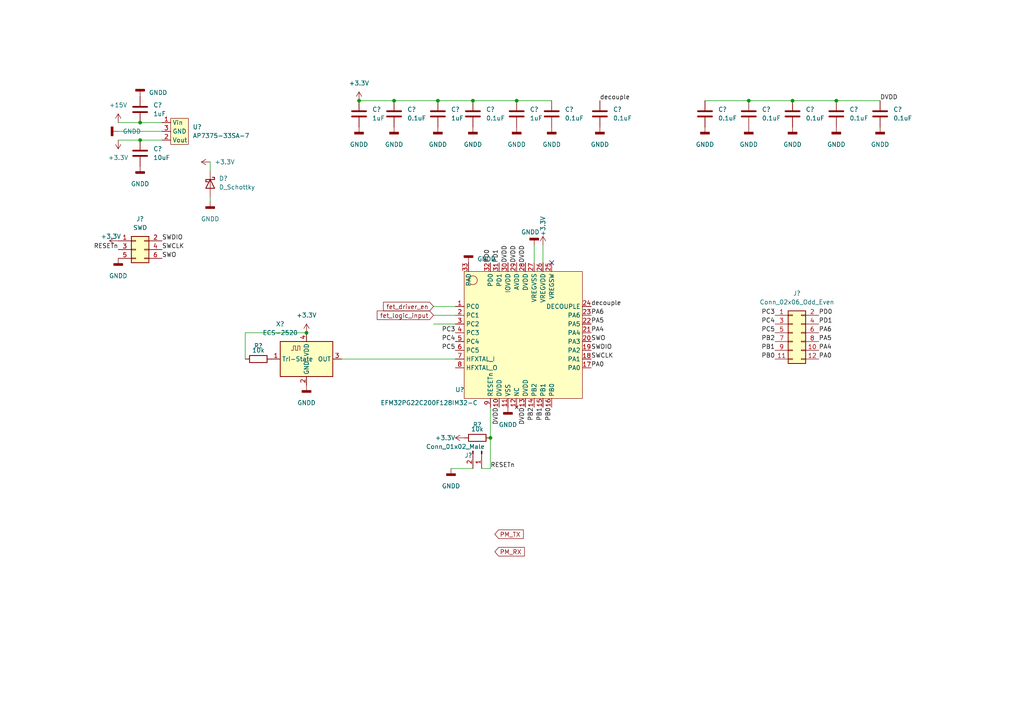
<source format=kicad_sch>
(kicad_sch (version 20211123) (generator eeschema)

  (uuid 0f550e5a-98ea-484a-8215-6813c258fab7)

  (paper "A4")

  (lib_symbols
    (symbol "Connector:Conn_01x02_Male" (pin_names (offset 1.016) hide) (in_bom yes) (on_board yes)
      (property "Reference" "J" (id 0) (at 0 2.54 0)
        (effects (font (size 1.27 1.27)))
      )
      (property "Value" "Conn_01x02_Male" (id 1) (at 0 -5.08 0)
        (effects (font (size 1.27 1.27)))
      )
      (property "Footprint" "" (id 2) (at 0 0 0)
        (effects (font (size 1.27 1.27)) hide)
      )
      (property "Datasheet" "~" (id 3) (at 0 0 0)
        (effects (font (size 1.27 1.27)) hide)
      )
      (property "ki_keywords" "connector" (id 4) (at 0 0 0)
        (effects (font (size 1.27 1.27)) hide)
      )
      (property "ki_description" "Generic connector, single row, 01x02, script generated (kicad-library-utils/schlib/autogen/connector/)" (id 5) (at 0 0 0)
        (effects (font (size 1.27 1.27)) hide)
      )
      (property "ki_fp_filters" "Connector*:*_1x??_*" (id 6) (at 0 0 0)
        (effects (font (size 1.27 1.27)) hide)
      )
      (symbol "Conn_01x02_Male_1_1"
        (polyline
          (pts
            (xy 1.27 -2.54)
            (xy 0.8636 -2.54)
          )
          (stroke (width 0.1524) (type default) (color 0 0 0 0))
          (fill (type none))
        )
        (polyline
          (pts
            (xy 1.27 0)
            (xy 0.8636 0)
          )
          (stroke (width 0.1524) (type default) (color 0 0 0 0))
          (fill (type none))
        )
        (rectangle (start 0.8636 -2.413) (end 0 -2.667)
          (stroke (width 0.1524) (type default) (color 0 0 0 0))
          (fill (type outline))
        )
        (rectangle (start 0.8636 0.127) (end 0 -0.127)
          (stroke (width 0.1524) (type default) (color 0 0 0 0))
          (fill (type outline))
        )
        (pin passive line (at 5.08 0 180) (length 3.81)
          (name "Pin_1" (effects (font (size 1.27 1.27))))
          (number "1" (effects (font (size 1.27 1.27))))
        )
        (pin passive line (at 5.08 -2.54 180) (length 3.81)
          (name "Pin_2" (effects (font (size 1.27 1.27))))
          (number "2" (effects (font (size 1.27 1.27))))
        )
      )
    )
    (symbol "Connector_Generic:Conn_02x03_Odd_Even" (pin_names (offset 1.016) hide) (in_bom yes) (on_board yes)
      (property "Reference" "J" (id 0) (at 1.27 5.08 0)
        (effects (font (size 1.27 1.27)))
      )
      (property "Value" "Conn_02x03_Odd_Even" (id 1) (at 1.27 -5.08 0)
        (effects (font (size 1.27 1.27)))
      )
      (property "Footprint" "" (id 2) (at 0 0 0)
        (effects (font (size 1.27 1.27)) hide)
      )
      (property "Datasheet" "~" (id 3) (at 0 0 0)
        (effects (font (size 1.27 1.27)) hide)
      )
      (property "ki_keywords" "connector" (id 4) (at 0 0 0)
        (effects (font (size 1.27 1.27)) hide)
      )
      (property "ki_description" "Generic connector, double row, 02x03, odd/even pin numbering scheme (row 1 odd numbers, row 2 even numbers), script generated (kicad-library-utils/schlib/autogen/connector/)" (id 5) (at 0 0 0)
        (effects (font (size 1.27 1.27)) hide)
      )
      (property "ki_fp_filters" "Connector*:*_2x??_*" (id 6) (at 0 0 0)
        (effects (font (size 1.27 1.27)) hide)
      )
      (symbol "Conn_02x03_Odd_Even_1_1"
        (rectangle (start -1.27 -2.413) (end 0 -2.667)
          (stroke (width 0.1524) (type default) (color 0 0 0 0))
          (fill (type none))
        )
        (rectangle (start -1.27 0.127) (end 0 -0.127)
          (stroke (width 0.1524) (type default) (color 0 0 0 0))
          (fill (type none))
        )
        (rectangle (start -1.27 2.667) (end 0 2.413)
          (stroke (width 0.1524) (type default) (color 0 0 0 0))
          (fill (type none))
        )
        (rectangle (start -1.27 3.81) (end 3.81 -3.81)
          (stroke (width 0.254) (type default) (color 0 0 0 0))
          (fill (type background))
        )
        (rectangle (start 3.81 -2.413) (end 2.54 -2.667)
          (stroke (width 0.1524) (type default) (color 0 0 0 0))
          (fill (type none))
        )
        (rectangle (start 3.81 0.127) (end 2.54 -0.127)
          (stroke (width 0.1524) (type default) (color 0 0 0 0))
          (fill (type none))
        )
        (rectangle (start 3.81 2.667) (end 2.54 2.413)
          (stroke (width 0.1524) (type default) (color 0 0 0 0))
          (fill (type none))
        )
        (pin passive line (at -5.08 2.54 0) (length 3.81)
          (name "Pin_1" (effects (font (size 1.27 1.27))))
          (number "1" (effects (font (size 1.27 1.27))))
        )
        (pin passive line (at 7.62 2.54 180) (length 3.81)
          (name "Pin_2" (effects (font (size 1.27 1.27))))
          (number "2" (effects (font (size 1.27 1.27))))
        )
        (pin passive line (at -5.08 0 0) (length 3.81)
          (name "Pin_3" (effects (font (size 1.27 1.27))))
          (number "3" (effects (font (size 1.27 1.27))))
        )
        (pin passive line (at 7.62 0 180) (length 3.81)
          (name "Pin_4" (effects (font (size 1.27 1.27))))
          (number "4" (effects (font (size 1.27 1.27))))
        )
        (pin passive line (at -5.08 -2.54 0) (length 3.81)
          (name "Pin_5" (effects (font (size 1.27 1.27))))
          (number "5" (effects (font (size 1.27 1.27))))
        )
        (pin passive line (at 7.62 -2.54 180) (length 3.81)
          (name "Pin_6" (effects (font (size 1.27 1.27))))
          (number "6" (effects (font (size 1.27 1.27))))
        )
      )
    )
    (symbol "Connector_Generic:Conn_02x06_Odd_Even" (pin_names (offset 1.016) hide) (in_bom yes) (on_board yes)
      (property "Reference" "J" (id 0) (at 1.27 7.62 0)
        (effects (font (size 1.27 1.27)))
      )
      (property "Value" "Conn_02x06_Odd_Even" (id 1) (at 1.27 -10.16 0)
        (effects (font (size 1.27 1.27)))
      )
      (property "Footprint" "" (id 2) (at 0 0 0)
        (effects (font (size 1.27 1.27)) hide)
      )
      (property "Datasheet" "~" (id 3) (at 0 0 0)
        (effects (font (size 1.27 1.27)) hide)
      )
      (property "ki_keywords" "connector" (id 4) (at 0 0 0)
        (effects (font (size 1.27 1.27)) hide)
      )
      (property "ki_description" "Generic connector, double row, 02x06, odd/even pin numbering scheme (row 1 odd numbers, row 2 even numbers), script generated (kicad-library-utils/schlib/autogen/connector/)" (id 5) (at 0 0 0)
        (effects (font (size 1.27 1.27)) hide)
      )
      (property "ki_fp_filters" "Connector*:*_2x??_*" (id 6) (at 0 0 0)
        (effects (font (size 1.27 1.27)) hide)
      )
      (symbol "Conn_02x06_Odd_Even_1_1"
        (rectangle (start -1.27 -7.493) (end 0 -7.747)
          (stroke (width 0.1524) (type default) (color 0 0 0 0))
          (fill (type none))
        )
        (rectangle (start -1.27 -4.953) (end 0 -5.207)
          (stroke (width 0.1524) (type default) (color 0 0 0 0))
          (fill (type none))
        )
        (rectangle (start -1.27 -2.413) (end 0 -2.667)
          (stroke (width 0.1524) (type default) (color 0 0 0 0))
          (fill (type none))
        )
        (rectangle (start -1.27 0.127) (end 0 -0.127)
          (stroke (width 0.1524) (type default) (color 0 0 0 0))
          (fill (type none))
        )
        (rectangle (start -1.27 2.667) (end 0 2.413)
          (stroke (width 0.1524) (type default) (color 0 0 0 0))
          (fill (type none))
        )
        (rectangle (start -1.27 5.207) (end 0 4.953)
          (stroke (width 0.1524) (type default) (color 0 0 0 0))
          (fill (type none))
        )
        (rectangle (start -1.27 6.35) (end 3.81 -8.89)
          (stroke (width 0.254) (type default) (color 0 0 0 0))
          (fill (type background))
        )
        (rectangle (start 3.81 -7.493) (end 2.54 -7.747)
          (stroke (width 0.1524) (type default) (color 0 0 0 0))
          (fill (type none))
        )
        (rectangle (start 3.81 -4.953) (end 2.54 -5.207)
          (stroke (width 0.1524) (type default) (color 0 0 0 0))
          (fill (type none))
        )
        (rectangle (start 3.81 -2.413) (end 2.54 -2.667)
          (stroke (width 0.1524) (type default) (color 0 0 0 0))
          (fill (type none))
        )
        (rectangle (start 3.81 0.127) (end 2.54 -0.127)
          (stroke (width 0.1524) (type default) (color 0 0 0 0))
          (fill (type none))
        )
        (rectangle (start 3.81 2.667) (end 2.54 2.413)
          (stroke (width 0.1524) (type default) (color 0 0 0 0))
          (fill (type none))
        )
        (rectangle (start 3.81 5.207) (end 2.54 4.953)
          (stroke (width 0.1524) (type default) (color 0 0 0 0))
          (fill (type none))
        )
        (pin passive line (at -5.08 5.08 0) (length 3.81)
          (name "Pin_1" (effects (font (size 1.27 1.27))))
          (number "1" (effects (font (size 1.27 1.27))))
        )
        (pin passive line (at 7.62 -5.08 180) (length 3.81)
          (name "Pin_10" (effects (font (size 1.27 1.27))))
          (number "10" (effects (font (size 1.27 1.27))))
        )
        (pin passive line (at -5.08 -7.62 0) (length 3.81)
          (name "Pin_11" (effects (font (size 1.27 1.27))))
          (number "11" (effects (font (size 1.27 1.27))))
        )
        (pin passive line (at 7.62 -7.62 180) (length 3.81)
          (name "Pin_12" (effects (font (size 1.27 1.27))))
          (number "12" (effects (font (size 1.27 1.27))))
        )
        (pin passive line (at 7.62 5.08 180) (length 3.81)
          (name "Pin_2" (effects (font (size 1.27 1.27))))
          (number "2" (effects (font (size 1.27 1.27))))
        )
        (pin passive line (at -5.08 2.54 0) (length 3.81)
          (name "Pin_3" (effects (font (size 1.27 1.27))))
          (number "3" (effects (font (size 1.27 1.27))))
        )
        (pin passive line (at 7.62 2.54 180) (length 3.81)
          (name "Pin_4" (effects (font (size 1.27 1.27))))
          (number "4" (effects (font (size 1.27 1.27))))
        )
        (pin passive line (at -5.08 0 0) (length 3.81)
          (name "Pin_5" (effects (font (size 1.27 1.27))))
          (number "5" (effects (font (size 1.27 1.27))))
        )
        (pin passive line (at 7.62 0 180) (length 3.81)
          (name "Pin_6" (effects (font (size 1.27 1.27))))
          (number "6" (effects (font (size 1.27 1.27))))
        )
        (pin passive line (at -5.08 -2.54 0) (length 3.81)
          (name "Pin_7" (effects (font (size 1.27 1.27))))
          (number "7" (effects (font (size 1.27 1.27))))
        )
        (pin passive line (at 7.62 -2.54 180) (length 3.81)
          (name "Pin_8" (effects (font (size 1.27 1.27))))
          (number "8" (effects (font (size 1.27 1.27))))
        )
        (pin passive line (at -5.08 -5.08 0) (length 3.81)
          (name "Pin_9" (effects (font (size 1.27 1.27))))
          (number "9" (effects (font (size 1.27 1.27))))
        )
      )
    )
    (symbol "Device:C" (pin_numbers hide) (pin_names (offset 0.254)) (in_bom yes) (on_board yes)
      (property "Reference" "C" (id 0) (at 0.635 2.54 0)
        (effects (font (size 1.27 1.27)) (justify left))
      )
      (property "Value" "C" (id 1) (at 0.635 -2.54 0)
        (effects (font (size 1.27 1.27)) (justify left))
      )
      (property "Footprint" "" (id 2) (at 0.9652 -3.81 0)
        (effects (font (size 1.27 1.27)) hide)
      )
      (property "Datasheet" "~" (id 3) (at 0 0 0)
        (effects (font (size 1.27 1.27)) hide)
      )
      (property "ki_keywords" "cap capacitor" (id 4) (at 0 0 0)
        (effects (font (size 1.27 1.27)) hide)
      )
      (property "ki_description" "Unpolarized capacitor" (id 5) (at 0 0 0)
        (effects (font (size 1.27 1.27)) hide)
      )
      (property "ki_fp_filters" "C_*" (id 6) (at 0 0 0)
        (effects (font (size 1.27 1.27)) hide)
      )
      (symbol "C_0_1"
        (polyline
          (pts
            (xy -2.032 -0.762)
            (xy 2.032 -0.762)
          )
          (stroke (width 0.508) (type default) (color 0 0 0 0))
          (fill (type none))
        )
        (polyline
          (pts
            (xy -2.032 0.762)
            (xy 2.032 0.762)
          )
          (stroke (width 0.508) (type default) (color 0 0 0 0))
          (fill (type none))
        )
      )
      (symbol "C_1_1"
        (pin passive line (at 0 3.81 270) (length 2.794)
          (name "~" (effects (font (size 1.27 1.27))))
          (number "1" (effects (font (size 1.27 1.27))))
        )
        (pin passive line (at 0 -3.81 90) (length 2.794)
          (name "~" (effects (font (size 1.27 1.27))))
          (number "2" (effects (font (size 1.27 1.27))))
        )
      )
    )
    (symbol "Device:D_Schottky" (pin_numbers hide) (pin_names (offset 1.016) hide) (in_bom yes) (on_board yes)
      (property "Reference" "D" (id 0) (at 0 2.54 0)
        (effects (font (size 1.27 1.27)))
      )
      (property "Value" "D_Schottky" (id 1) (at 0 -2.54 0)
        (effects (font (size 1.27 1.27)))
      )
      (property "Footprint" "" (id 2) (at 0 0 0)
        (effects (font (size 1.27 1.27)) hide)
      )
      (property "Datasheet" "~" (id 3) (at 0 0 0)
        (effects (font (size 1.27 1.27)) hide)
      )
      (property "ki_keywords" "diode Schottky" (id 4) (at 0 0 0)
        (effects (font (size 1.27 1.27)) hide)
      )
      (property "ki_description" "Schottky diode" (id 5) (at 0 0 0)
        (effects (font (size 1.27 1.27)) hide)
      )
      (property "ki_fp_filters" "TO-???* *_Diode_* *SingleDiode* D_*" (id 6) (at 0 0 0)
        (effects (font (size 1.27 1.27)) hide)
      )
      (symbol "D_Schottky_0_1"
        (polyline
          (pts
            (xy 1.27 0)
            (xy -1.27 0)
          )
          (stroke (width 0) (type default) (color 0 0 0 0))
          (fill (type none))
        )
        (polyline
          (pts
            (xy 1.27 1.27)
            (xy 1.27 -1.27)
            (xy -1.27 0)
            (xy 1.27 1.27)
          )
          (stroke (width 0.254) (type default) (color 0 0 0 0))
          (fill (type none))
        )
        (polyline
          (pts
            (xy -1.905 0.635)
            (xy -1.905 1.27)
            (xy -1.27 1.27)
            (xy -1.27 -1.27)
            (xy -0.635 -1.27)
            (xy -0.635 -0.635)
          )
          (stroke (width 0.254) (type default) (color 0 0 0 0))
          (fill (type none))
        )
      )
      (symbol "D_Schottky_1_1"
        (pin passive line (at -3.81 0 0) (length 2.54)
          (name "K" (effects (font (size 1.27 1.27))))
          (number "1" (effects (font (size 1.27 1.27))))
        )
        (pin passive line (at 3.81 0 180) (length 2.54)
          (name "A" (effects (font (size 1.27 1.27))))
          (number "2" (effects (font (size 1.27 1.27))))
        )
      )
    )
    (symbol "Device:R" (pin_numbers hide) (pin_names (offset 0)) (in_bom yes) (on_board yes)
      (property "Reference" "R" (id 0) (at 2.032 0 90)
        (effects (font (size 1.27 1.27)))
      )
      (property "Value" "R" (id 1) (at 0 0 90)
        (effects (font (size 1.27 1.27)))
      )
      (property "Footprint" "" (id 2) (at -1.778 0 90)
        (effects (font (size 1.27 1.27)) hide)
      )
      (property "Datasheet" "~" (id 3) (at 0 0 0)
        (effects (font (size 1.27 1.27)) hide)
      )
      (property "ki_keywords" "R res resistor" (id 4) (at 0 0 0)
        (effects (font (size 1.27 1.27)) hide)
      )
      (property "ki_description" "Resistor" (id 5) (at 0 0 0)
        (effects (font (size 1.27 1.27)) hide)
      )
      (property "ki_fp_filters" "R_*" (id 6) (at 0 0 0)
        (effects (font (size 1.27 1.27)) hide)
      )
      (symbol "R_0_1"
        (rectangle (start -1.016 -2.54) (end 1.016 2.54)
          (stroke (width 0.254) (type default) (color 0 0 0 0))
          (fill (type none))
        )
      )
      (symbol "R_1_1"
        (pin passive line (at 0 3.81 270) (length 1.27)
          (name "~" (effects (font (size 1.27 1.27))))
          (number "1" (effects (font (size 1.27 1.27))))
        )
        (pin passive line (at 0 -3.81 90) (length 1.27)
          (name "~" (effects (font (size 1.27 1.27))))
          (number "2" (effects (font (size 1.27 1.27))))
        )
      )
    )
    (symbol "MCU_SiliconLabs:EFM32PG22C200F128IM32-C" (in_bom yes) (on_board yes)
      (property "Reference" "U" (id 0) (at -1.27 11.43 0)
        (effects (font (size 1.27 1.27)))
      )
      (property "Value" "EFM32PG22C200F128IM32-C" (id 1) (at 40.64 12.7 0)
        (effects (font (size 1.27 1.27)))
      )
      (property "Footprint" "Package_DFN_QFN:QFN-32-1EP_4x4mm_P0.4mm_EP2.8x2.8mm" (id 2) (at 25.4 30.48 0)
        (effects (font (size 1.27 1.27)) hide)
      )
      (property "Datasheet" "https://www.silabs.com/documents/public/data-sheets/efm32pg22-datasheet.pdf" (id 3) (at 25.4 25.4 0)
        (effects (font (size 1.27 1.27)) hide)
      )
      (property "Link" "https://www.digikey.com/en/products/detail/silicon-labs/EFM32PG22C200F128IM32-C/13590593" (id 4) (at 22.86 27.94 0)
        (effects (font (size 1.27 1.27)) hide)
      )
      (symbol "EFM32PG22C200F128IM32-C_0_1"
        (rectangle (start 0 10.16) (end 34.29 -26.67)
          (stroke (width 0) (type default) (color 0 0 0 0))
          (fill (type background))
        )
        (circle (center 2.54 7.62) (radius 1.27)
          (stroke (width 0) (type default) (color 0 0 0 0))
          (fill (type none))
        )
      )
      (symbol "EFM32PG22C200F128IM32-C_1_1"
        (pin bidirectional line (at -2.54 0 0) (length 2.54)
          (name "PC0" (effects (font (size 1.27 1.27))))
          (number "1" (effects (font (size 1.27 1.27))))
        )
        (pin power_in line (at 10.16 -29.21 90) (length 2.54)
          (name "DVDD" (effects (font (size 1.27 1.27))))
          (number "10" (effects (font (size 1.27 1.27))))
        )
        (pin power_in line (at 12.7 -29.21 90) (length 2.54)
          (name "VSS" (effects (font (size 1.27 1.27))))
          (number "11" (effects (font (size 1.27 1.27))))
        )
        (pin no_connect line (at 15.24 -29.21 90) (length 2.54)
          (name "NC" (effects (font (size 1.27 1.27))))
          (number "12" (effects (font (size 1.27 1.27))))
        )
        (pin power_in line (at 17.78 -29.21 90) (length 2.54)
          (name "DVDD" (effects (font (size 1.27 1.27))))
          (number "13" (effects (font (size 1.27 1.27))))
        )
        (pin bidirectional line (at 20.32 -29.21 90) (length 2.54)
          (name "PB2" (effects (font (size 1.27 1.27))))
          (number "14" (effects (font (size 1.27 1.27))))
        )
        (pin bidirectional line (at 22.86 -29.21 90) (length 2.54)
          (name "PB1" (effects (font (size 1.27 1.27))))
          (number "15" (effects (font (size 1.27 1.27))))
        )
        (pin bidirectional line (at 25.4 -29.21 90) (length 2.54)
          (name "PB0" (effects (font (size 1.27 1.27))))
          (number "16" (effects (font (size 1.27 1.27))))
        )
        (pin bidirectional line (at 36.83 -17.78 180) (length 2.54)
          (name "PA0" (effects (font (size 1.27 1.27))))
          (number "17" (effects (font (size 1.27 1.27))))
        )
        (pin bidirectional line (at 36.83 -15.24 180) (length 2.54)
          (name "PA1" (effects (font (size 1.27 1.27))))
          (number "18" (effects (font (size 1.27 1.27))))
        )
        (pin bidirectional line (at 36.83 -12.7 180) (length 2.54)
          (name "PA2" (effects (font (size 1.27 1.27))))
          (number "19" (effects (font (size 1.27 1.27))))
        )
        (pin bidirectional line (at -2.54 -2.54 0) (length 2.54)
          (name "PC1" (effects (font (size 1.27 1.27))))
          (number "2" (effects (font (size 1.27 1.27))))
        )
        (pin bidirectional line (at 36.83 -10.16 180) (length 2.54)
          (name "PA3" (effects (font (size 1.27 1.27))))
          (number "20" (effects (font (size 1.27 1.27))))
        )
        (pin bidirectional line (at 36.83 -7.62 180) (length 2.54)
          (name "PA4" (effects (font (size 1.27 1.27))))
          (number "21" (effects (font (size 1.27 1.27))))
        )
        (pin bidirectional line (at 36.83 -5.08 180) (length 2.54)
          (name "PA5" (effects (font (size 1.27 1.27))))
          (number "22" (effects (font (size 1.27 1.27))))
        )
        (pin bidirectional line (at 36.83 -2.54 180) (length 2.54)
          (name "PA6" (effects (font (size 1.27 1.27))))
          (number "23" (effects (font (size 1.27 1.27))))
        )
        (pin passive line (at 36.83 0 180) (length 2.54)
          (name "DECOUPLE" (effects (font (size 1.27 1.27))))
          (number "24" (effects (font (size 1.27 1.27))))
        )
        (pin power_in line (at 25.4 12.7 270) (length 2.54)
          (name "VREGSW" (effects (font (size 1.27 1.27))))
          (number "25" (effects (font (size 1.27 1.27))))
        )
        (pin power_in line (at 22.86 12.7 270) (length 2.54)
          (name "VREGVDD" (effects (font (size 1.27 1.27))))
          (number "26" (effects (font (size 1.27 1.27))))
        )
        (pin power_in line (at 20.32 12.7 270) (length 2.54)
          (name "VREGVSS" (effects (font (size 1.27 1.27))))
          (number "27" (effects (font (size 1.27 1.27))))
        )
        (pin power_in line (at 17.78 12.7 270) (length 2.54)
          (name "DVDD" (effects (font (size 1.27 1.27))))
          (number "28" (effects (font (size 1.27 1.27))))
        )
        (pin power_in line (at 15.24 12.7 270) (length 2.54)
          (name "AVDD" (effects (font (size 1.27 1.27))))
          (number "29" (effects (font (size 1.27 1.27))))
        )
        (pin bidirectional line (at -2.54 -5.08 0) (length 2.54)
          (name "PC2" (effects (font (size 1.27 1.27))))
          (number "3" (effects (font (size 1.27 1.27))))
        )
        (pin power_in line (at 12.7 12.7 270) (length 2.54)
          (name "IOVDD" (effects (font (size 1.27 1.27))))
          (number "30" (effects (font (size 1.27 1.27))))
        )
        (pin bidirectional line (at 10.16 12.7 270) (length 2.54)
          (name "PD1" (effects (font (size 1.27 1.27))))
          (number "31" (effects (font (size 1.27 1.27))))
        )
        (pin bidirectional line (at 7.62 12.7 270) (length 2.54)
          (name "PD0" (effects (font (size 1.27 1.27))))
          (number "32" (effects (font (size 1.27 1.27))))
        )
        (pin unspecified line (at 1.27 12.7 270) (length 2.54)
          (name "PAD" (effects (font (size 1.27 1.27))))
          (number "33" (effects (font (size 1.27 1.27))))
        )
        (pin bidirectional line (at -2.54 -7.62 0) (length 2.54)
          (name "PC3" (effects (font (size 1.27 1.27))))
          (number "4" (effects (font (size 1.27 1.27))))
        )
        (pin bidirectional line (at -2.54 -10.16 0) (length 2.54)
          (name "PC4" (effects (font (size 1.27 1.27))))
          (number "5" (effects (font (size 1.27 1.27))))
        )
        (pin bidirectional line (at -2.54 -12.7 0) (length 2.54)
          (name "PC5" (effects (font (size 1.27 1.27))))
          (number "6" (effects (font (size 1.27 1.27))))
        )
        (pin input line (at -2.54 -15.24 0) (length 2.54)
          (name "HFXTAL_I" (effects (font (size 1.27 1.27))))
          (number "7" (effects (font (size 1.27 1.27))))
        )
        (pin output line (at -2.54 -17.78 0) (length 2.54)
          (name "HFXTAL_O" (effects (font (size 1.27 1.27))))
          (number "8" (effects (font (size 1.27 1.27))))
        )
        (pin input line (at 7.62 -29.21 90) (length 2.54)
          (name "RESETn" (effects (font (size 1.27 1.27))))
          (number "9" (effects (font (size 1.27 1.27))))
        )
      )
    )
    (symbol "Oscillator:ECS-2520MV-xxx-xx" (in_bom yes) (on_board yes)
      (property "Reference" "X" (id 0) (at -5.08 6.35 0)
        (effects (font (size 1.27 1.27)) (justify left))
      )
      (property "Value" "ECS-2520MV-xxx-xx" (id 1) (at 1.27 -6.35 0)
        (effects (font (size 1.27 1.27)) (justify left))
      )
      (property "Footprint" "Oscillator:Oscillator_SMD_ECS_2520MV-xxx-xx-4Pin_2.5x2.0mm" (id 2) (at 11.43 -8.89 0)
        (effects (font (size 1.27 1.27)) hide)
      )
      (property "Datasheet" "https://www.ecsxtal.com/store/pdf/ECS-2520MV.pdf" (id 3) (at -4.445 3.175 0)
        (effects (font (size 1.27 1.27)) hide)
      )
      (property "ki_keywords" "Crystal Clock Oscillator ECS SMD" (id 4) (at 0 0 0)
        (effects (font (size 1.27 1.27)) hide)
      )
      (property "ki_description" "HCMOS Crystal Clock Oscillator, 2.5x2.0 mm SMD" (id 5) (at 0 0 0)
        (effects (font (size 1.27 1.27)) hide)
      )
      (property "ki_fp_filters" "Oscillator*SMD*ECS*2520MV*2.5x2.0mm*" (id 6) (at 0 0 0)
        (effects (font (size 1.27 1.27)) hide)
      )
      (symbol "ECS-2520MV-xxx-xx_0_1"
        (rectangle (start -7.62 5.08) (end 7.62 -5.08)
          (stroke (width 0.254) (type default) (color 0 0 0 0))
          (fill (type background))
        )
        (polyline
          (pts
            (xy -4.445 2.54)
            (xy -3.81 2.54)
            (xy -3.81 3.81)
            (xy -3.175 3.81)
            (xy -3.175 2.54)
            (xy -2.54 2.54)
            (xy -2.54 3.81)
            (xy -1.905 3.81)
            (xy -1.905 2.54)
          )
          (stroke (width 0) (type default) (color 0 0 0 0))
          (fill (type none))
        )
      )
      (symbol "ECS-2520MV-xxx-xx_1_1"
        (pin input line (at -10.16 0 0) (length 2.54)
          (name "Tri-State" (effects (font (size 1.27 1.27))))
          (number "1" (effects (font (size 1.27 1.27))))
        )
        (pin power_in line (at 0 -7.62 90) (length 2.54)
          (name "GND" (effects (font (size 1.27 1.27))))
          (number "2" (effects (font (size 1.27 1.27))))
        )
        (pin output line (at 10.16 0 180) (length 2.54)
          (name "OUT" (effects (font (size 1.27 1.27))))
          (number "3" (effects (font (size 1.27 1.27))))
        )
        (pin power_in line (at 0 7.62 270) (length 2.54)
          (name "VDD" (effects (font (size 1.27 1.27))))
          (number "4" (effects (font (size 1.27 1.27))))
        )
      )
    )
    (symbol "Regulator_Linear:AP7375-33SA-7" (in_bom yes) (on_board yes)
      (property "Reference" "U" (id 0) (at 6.35 3.81 0)
        (effects (font (size 1.27 1.27)))
      )
      (property "Value" "AP7375-33SA-7" (id 1) (at 0 6.35 0)
        (effects (font (size 1.27 1.27)))
      )
      (property "Footprint" "Package_TO_SOT_SMD:SC-59" (id 2) (at 1.27 13.97 0)
        (effects (font (size 1.27 1.27)) hide)
      )
      (property "Datasheet" "https://www.diodes.com/assets/Datasheets/AP7375.pdf" (id 3) (at 0 11.43 0)
        (effects (font (size 1.27 1.27)) hide)
      )
      (property "Link" "https://www.digikey.com/en/products/detail/diodes-incorporated/AP7375-33SA-7/16400213" (id 4) (at -1.27 8.89 0)
        (effects (font (size 1.27 1.27)) hide)
      )
      (symbol "AP7375-33SA-7_0_1"
        (rectangle (start 0 5.08) (end 5.08 -2.54)
          (stroke (width 0) (type default) (color 0 0 0 0))
          (fill (type background))
        )
      )
      (symbol "AP7375-33SA-7_1_1"
        (pin power_in line (at -2.54 3.81 0) (length 2.54)
          (name "Vin" (effects (font (size 1.27 1.27))))
          (number "1" (effects (font (size 1.27 1.27))))
        )
        (pin power_out line (at -2.54 -1.27 0) (length 2.54)
          (name "Vout" (effects (font (size 1.27 1.27))))
          (number "2" (effects (font (size 1.27 1.27))))
        )
        (pin power_in line (at -2.54 1.27 0) (length 2.54)
          (name "GND" (effects (font (size 1.27 1.27))))
          (number "3" (effects (font (size 1.27 1.27))))
        )
      )
    )
    (symbol "power:+15V" (power) (pin_names (offset 0)) (in_bom yes) (on_board yes)
      (property "Reference" "#PWR" (id 0) (at 0 -3.81 0)
        (effects (font (size 1.27 1.27)) hide)
      )
      (property "Value" "+15V" (id 1) (at 0 3.556 0)
        (effects (font (size 1.27 1.27)))
      )
      (property "Footprint" "" (id 2) (at 0 0 0)
        (effects (font (size 1.27 1.27)) hide)
      )
      (property "Datasheet" "" (id 3) (at 0 0 0)
        (effects (font (size 1.27 1.27)) hide)
      )
      (property "ki_keywords" "power-flag" (id 4) (at 0 0 0)
        (effects (font (size 1.27 1.27)) hide)
      )
      (property "ki_description" "Power symbol creates a global label with name \"+15V\"" (id 5) (at 0 0 0)
        (effects (font (size 1.27 1.27)) hide)
      )
      (symbol "+15V_0_1"
        (polyline
          (pts
            (xy -0.762 1.27)
            (xy 0 2.54)
          )
          (stroke (width 0) (type default) (color 0 0 0 0))
          (fill (type none))
        )
        (polyline
          (pts
            (xy 0 0)
            (xy 0 2.54)
          )
          (stroke (width 0) (type default) (color 0 0 0 0))
          (fill (type none))
        )
        (polyline
          (pts
            (xy 0 2.54)
            (xy 0.762 1.27)
          )
          (stroke (width 0) (type default) (color 0 0 0 0))
          (fill (type none))
        )
      )
      (symbol "+15V_1_1"
        (pin power_in line (at 0 0 90) (length 0) hide
          (name "+15V" (effects (font (size 1.27 1.27))))
          (number "1" (effects (font (size 1.27 1.27))))
        )
      )
    )
    (symbol "power:+3.3V" (power) (pin_names (offset 0)) (in_bom yes) (on_board yes)
      (property "Reference" "#PWR" (id 0) (at 0 -3.81 0)
        (effects (font (size 1.27 1.27)) hide)
      )
      (property "Value" "+3.3V" (id 1) (at 0 3.556 0)
        (effects (font (size 1.27 1.27)))
      )
      (property "Footprint" "" (id 2) (at 0 0 0)
        (effects (font (size 1.27 1.27)) hide)
      )
      (property "Datasheet" "" (id 3) (at 0 0 0)
        (effects (font (size 1.27 1.27)) hide)
      )
      (property "ki_keywords" "power-flag" (id 4) (at 0 0 0)
        (effects (font (size 1.27 1.27)) hide)
      )
      (property "ki_description" "Power symbol creates a global label with name \"+3.3V\"" (id 5) (at 0 0 0)
        (effects (font (size 1.27 1.27)) hide)
      )
      (symbol "+3.3V_0_1"
        (polyline
          (pts
            (xy -0.762 1.27)
            (xy 0 2.54)
          )
          (stroke (width 0) (type default) (color 0 0 0 0))
          (fill (type none))
        )
        (polyline
          (pts
            (xy 0 0)
            (xy 0 2.54)
          )
          (stroke (width 0) (type default) (color 0 0 0 0))
          (fill (type none))
        )
        (polyline
          (pts
            (xy 0 2.54)
            (xy 0.762 1.27)
          )
          (stroke (width 0) (type default) (color 0 0 0 0))
          (fill (type none))
        )
      )
      (symbol "+3.3V_1_1"
        (pin power_in line (at 0 0 90) (length 0) hide
          (name "+3.3V" (effects (font (size 1.27 1.27))))
          (number "1" (effects (font (size 1.27 1.27))))
        )
      )
    )
    (symbol "power:GNDD" (power) (pin_names (offset 0)) (in_bom yes) (on_board yes)
      (property "Reference" "#PWR" (id 0) (at 0 -6.35 0)
        (effects (font (size 1.27 1.27)) hide)
      )
      (property "Value" "GNDD" (id 1) (at 0 -3.175 0)
        (effects (font (size 1.27 1.27)))
      )
      (property "Footprint" "" (id 2) (at 0 0 0)
        (effects (font (size 1.27 1.27)) hide)
      )
      (property "Datasheet" "" (id 3) (at 0 0 0)
        (effects (font (size 1.27 1.27)) hide)
      )
      (property "ki_keywords" "power-flag" (id 4) (at 0 0 0)
        (effects (font (size 1.27 1.27)) hide)
      )
      (property "ki_description" "Power symbol creates a global label with name \"GNDD\" , digital ground" (id 5) (at 0 0 0)
        (effects (font (size 1.27 1.27)) hide)
      )
      (symbol "GNDD_0_1"
        (rectangle (start -1.27 -1.524) (end 1.27 -2.032)
          (stroke (width 0.254) (type default) (color 0 0 0 0))
          (fill (type outline))
        )
        (polyline
          (pts
            (xy 0 0)
            (xy 0 -1.524)
          )
          (stroke (width 0) (type default) (color 0 0 0 0))
          (fill (type none))
        )
      )
      (symbol "GNDD_1_1"
        (pin power_in line (at 0 0 270) (length 0) hide
          (name "GNDD" (effects (font (size 1.27 1.27))))
          (number "1" (effects (font (size 1.27 1.27))))
        )
      )
    )
  )

  (junction (at 137.16 29.21) (diameter 0) (color 0 0 0 0)
    (uuid 0a3c9ff6-e238-4bb3-8fac-355ec4d5efc8)
  )
  (junction (at 114.3 29.21) (diameter 0) (color 0 0 0 0)
    (uuid 1f7f690e-2be2-4f1f-a793-5084efc05de7)
  )
  (junction (at 149.86 29.21) (diameter 0) (color 0 0 0 0)
    (uuid 4d1ed7b6-6de3-45b5-833a-7c54c869e5e2)
  )
  (junction (at 40.64 35.56) (diameter 0) (color 0 0 0 0)
    (uuid 5552fe0c-8f5c-462c-af94-a7d449720c20)
  )
  (junction (at 40.64 40.64) (diameter 0) (color 0 0 0 0)
    (uuid 70d60a00-b6a2-49fa-bec8-9015259f64ff)
  )
  (junction (at 217.17 29.21) (diameter 0) (color 0 0 0 0)
    (uuid 86844465-3450-4586-ba8e-b8c8f156010d)
  )
  (junction (at 104.14 29.21) (diameter 0) (color 0 0 0 0)
    (uuid 97667f05-e61c-4a97-b90c-073a957577bb)
  )
  (junction (at 242.57 29.21) (diameter 0) (color 0 0 0 0)
    (uuid 9ac03c4e-e231-4d2d-9939-0204667157a5)
  )
  (junction (at 88.9 96.52) (diameter 0) (color 0 0 0 0)
    (uuid b55d2721-bb83-4b10-a2cc-5561327b165b)
  )
  (junction (at 142.24 127) (diameter 0) (color 0 0 0 0)
    (uuid d0dba2db-7f73-4e9a-944f-21c918e3f37f)
  )
  (junction (at 127 29.21) (diameter 0) (color 0 0 0 0)
    (uuid d6633957-4c49-4091-aa84-747af5e132ac)
  )
  (junction (at 229.87 29.21) (diameter 0) (color 0 0 0 0)
    (uuid e551ac7a-34cc-43e0-a015-5d9ecd76ed7d)
  )

  (no_connect (at 160.02 76.2) (uuid b8b03bb8-b2dd-478e-a9cf-6742fef0f8f4))

  (wire (pts (xy 99.06 104.14) (xy 132.08 104.14))
    (stroke (width 0) (type default) (color 0 0 0 0))
    (uuid 01e864a1-e9a9-49dd-a306-ab59d10d3466)
  )
  (wire (pts (xy 71.12 96.52) (xy 88.9 96.52))
    (stroke (width 0) (type default) (color 0 0 0 0))
    (uuid 06684696-daa2-415b-8081-82edb1af4dd1)
  )
  (wire (pts (xy 130.81 135.89) (xy 137.16 135.89))
    (stroke (width 0) (type default) (color 0 0 0 0))
    (uuid 0d39bdea-6898-479f-8aa5-64e7b973ed60)
  )
  (wire (pts (xy 229.87 29.21) (xy 242.57 29.21))
    (stroke (width 0) (type default) (color 0 0 0 0))
    (uuid 21c712ea-e16f-44aa-b081-93013ac4f5f3)
  )
  (wire (pts (xy 40.64 40.64) (xy 46.99 40.64))
    (stroke (width 0) (type default) (color 0 0 0 0))
    (uuid 2826ddad-e403-44b6-bfd8-ddd46bfa5689)
  )
  (wire (pts (xy 217.17 29.21) (xy 229.87 29.21))
    (stroke (width 0) (type default) (color 0 0 0 0))
    (uuid 28dc59c4-ebdc-47e4-a2af-76c508ec5370)
  )
  (wire (pts (xy 125.73 93.98) (xy 132.08 93.98))
    (stroke (width 0) (type default) (color 0 0 0 0))
    (uuid 322685a4-d4fa-41a5-b3e6-c9d0e0d35263)
  )
  (wire (pts (xy 34.29 38.1) (xy 46.99 38.1))
    (stroke (width 0) (type default) (color 0 0 0 0))
    (uuid 3ef9113f-98cc-45d9-b2c3-3a53363378ea)
  )
  (wire (pts (xy 125.73 91.44) (xy 132.08 91.44))
    (stroke (width 0) (type default) (color 0 0 0 0))
    (uuid 49f3ddfd-678a-452d-879d-21de76c81ff9)
  )
  (wire (pts (xy 142.24 118.11) (xy 142.24 127))
    (stroke (width 0) (type default) (color 0 0 0 0))
    (uuid 5907cde3-e536-428f-93e5-97f0fe24e139)
  )
  (wire (pts (xy 242.57 29.21) (xy 255.27 29.21))
    (stroke (width 0) (type default) (color 0 0 0 0))
    (uuid 5915850e-e078-4ece-8fad-5ef8f694def1)
  )
  (wire (pts (xy 60.96 57.15) (xy 60.96 58.42))
    (stroke (width 0) (type default) (color 0 0 0 0))
    (uuid 5d23dc9d-409e-4104-9a41-a8ec5fe0c41b)
  )
  (wire (pts (xy 71.12 104.14) (xy 71.12 96.52))
    (stroke (width 0) (type default) (color 0 0 0 0))
    (uuid 655b6d42-f137-4d46-a572-358ce77f533c)
  )
  (wire (pts (xy 157.48 71.12) (xy 157.48 76.2))
    (stroke (width 0) (type default) (color 0 0 0 0))
    (uuid 6f0ba635-966a-4e42-a259-9bbe5e15d6df)
  )
  (wire (pts (xy 137.16 29.21) (xy 149.86 29.21))
    (stroke (width 0) (type default) (color 0 0 0 0))
    (uuid 7581f2ab-594e-41a5-9984-5a4ca4fe8a5b)
  )
  (wire (pts (xy 125.73 88.9) (xy 132.08 88.9))
    (stroke (width 0) (type default) (color 0 0 0 0))
    (uuid 790375c8-9f15-4a53-8063-19e578b87398)
  )
  (wire (pts (xy 154.94 71.12) (xy 154.94 76.2))
    (stroke (width 0) (type default) (color 0 0 0 0))
    (uuid 79b5550b-3ee7-4b4d-b6bd-6b999769fe2a)
  )
  (wire (pts (xy 204.47 29.21) (xy 217.17 29.21))
    (stroke (width 0) (type default) (color 0 0 0 0))
    (uuid 7bcafa57-4403-474d-a383-02c75377128d)
  )
  (wire (pts (xy 114.3 29.21) (xy 127 29.21))
    (stroke (width 0) (type default) (color 0 0 0 0))
    (uuid 85dab769-3c1c-4e35-a681-caf319cc8339)
  )
  (wire (pts (xy 60.96 49.53) (xy 60.96 46.99))
    (stroke (width 0) (type default) (color 0 0 0 0))
    (uuid 8f44d513-2a5a-408d-a22d-63d60bed8e9d)
  )
  (wire (pts (xy 142.24 127) (xy 142.24 135.89))
    (stroke (width 0) (type default) (color 0 0 0 0))
    (uuid aaa3078c-2a23-4a6c-a2dd-2fcb316c56c7)
  )
  (wire (pts (xy 104.14 29.21) (xy 114.3 29.21))
    (stroke (width 0) (type default) (color 0 0 0 0))
    (uuid b6ea882d-8fe1-4f45-99de-93d083b8e39e)
  )
  (wire (pts (xy 149.86 29.21) (xy 160.02 29.21))
    (stroke (width 0) (type default) (color 0 0 0 0))
    (uuid b88b747d-ecea-4fb1-a29b-6a59dbce49dd)
  )
  (wire (pts (xy 40.64 35.56) (xy 46.99 35.56))
    (stroke (width 0) (type default) (color 0 0 0 0))
    (uuid c0e8c740-cee8-45c2-a3c0-a0ad620f2bdc)
  )
  (wire (pts (xy 34.29 35.56) (xy 40.64 35.56))
    (stroke (width 0) (type default) (color 0 0 0 0))
    (uuid df40aa6d-b695-4682-bd6c-1af846f7c354)
  )
  (wire (pts (xy 139.7 135.89) (xy 142.24 135.89))
    (stroke (width 0) (type default) (color 0 0 0 0))
    (uuid e102e28e-048f-4aee-9fcd-b86160a9277c)
  )
  (wire (pts (xy 34.29 40.64) (xy 40.64 40.64))
    (stroke (width 0) (type default) (color 0 0 0 0))
    (uuid e8e7e3ed-5264-4ae1-af83-b694a031bbaa)
  )
  (wire (pts (xy 127 29.21) (xy 137.16 29.21))
    (stroke (width 0) (type default) (color 0 0 0 0))
    (uuid e96584ff-c1dd-424c-80b1-abcc2e3fffef)
  )

  (label "DVDD" (at 255.27 29.21 0)
    (effects (font (size 1.27 1.27)) (justify left bottom))
    (uuid 0c9bae27-7751-4e93-9ddc-627d51371ee6)
  )
  (label "PA0" (at 237.49 104.14 0)
    (effects (font (size 1.27 1.27)) (justify left bottom))
    (uuid 1009f67a-0e01-4db0-bab7-91811eb39319)
  )
  (label "PC4" (at 224.79 93.98 180)
    (effects (font (size 1.27 1.27)) (justify right bottom))
    (uuid 1a191b74-aeae-4ecc-b47d-72f24adde053)
  )
  (label "DVDD" (at 152.4 76.2 90)
    (effects (font (size 1.27 1.27)) (justify left bottom))
    (uuid 1f9a3d3c-df6a-49f2-befc-0aa0a843632b)
  )
  (label "DVDD" (at 147.32 76.2 90)
    (effects (font (size 1.27 1.27)) (justify left bottom))
    (uuid 228bf673-603e-43e5-8dd0-7141ed023fd8)
  )
  (label "RESETn" (at 34.29 72.39 180)
    (effects (font (size 1.27 1.27)) (justify right bottom))
    (uuid 2b676b82-ef4a-4767-ba25-859d138e768a)
  )
  (label "PB0" (at 224.79 104.14 180)
    (effects (font (size 1.27 1.27)) (justify right bottom))
    (uuid 2b70d7f2-2019-4625-adcf-38b16908f145)
  )
  (label "PC5" (at 224.79 96.52 180)
    (effects (font (size 1.27 1.27)) (justify right bottom))
    (uuid 2c558185-62e3-4bf2-9d16-e4a6b738651b)
  )
  (label "SWO" (at 171.45 99.06 0)
    (effects (font (size 1.27 1.27)) (justify left bottom))
    (uuid 4125a1a1-945e-4c65-a606-46adf7c61e28)
  )
  (label "PD1" (at 144.78 76.2 90)
    (effects (font (size 1.27 1.27)) (justify left bottom))
    (uuid 416a9468-576f-4e87-ad7d-738aed12a625)
  )
  (label "DVDD" (at 152.4 118.11 270)
    (effects (font (size 1.27 1.27)) (justify right bottom))
    (uuid 4fea42cd-cb6f-4764-a4a5-02645d9f8f03)
  )
  (label "PB1" (at 157.48 118.11 270)
    (effects (font (size 1.27 1.27)) (justify right bottom))
    (uuid 535e1c18-b39d-4dc8-adde-1973d64b304a)
  )
  (label "PA0" (at 171.45 106.68 0)
    (effects (font (size 1.27 1.27)) (justify left bottom))
    (uuid 5c3baaf8-7f79-40ba-956d-a48d8e180af3)
  )
  (label "PA5" (at 237.49 99.06 0)
    (effects (font (size 1.27 1.27)) (justify left bottom))
    (uuid 6ff41dfb-070c-4173-baa8-72898e50cbdc)
  )
  (label "PC4" (at 132.08 99.06 180)
    (effects (font (size 1.27 1.27)) (justify right bottom))
    (uuid 7128df68-ec93-46e9-9fe4-d1b3f2de7dbc)
  )
  (label "PD0" (at 142.24 76.2 90)
    (effects (font (size 1.27 1.27)) (justify left bottom))
    (uuid 75c2a296-42b3-499c-ad86-2facbcb11b3d)
  )
  (label "decouple" (at 171.45 88.9 0)
    (effects (font (size 1.27 1.27)) (justify left bottom))
    (uuid 7a3dad7c-83b4-4214-8f4a-43f458d8959f)
  )
  (label "PA5" (at 171.45 93.98 0)
    (effects (font (size 1.27 1.27)) (justify left bottom))
    (uuid 7bb71136-8597-4b4c-9abc-6ee7637efad3)
  )
  (label "SWCLK" (at 46.99 72.39 0)
    (effects (font (size 1.27 1.27)) (justify left bottom))
    (uuid 7d38c90e-f2e5-4d6c-a668-0045ab436dc1)
  )
  (label "PD1" (at 237.49 93.98 0)
    (effects (font (size 1.27 1.27)) (justify left bottom))
    (uuid 843ef608-d752-40a1-8871-f395942bcc98)
  )
  (label "DVDD" (at 149.86 76.2 90)
    (effects (font (size 1.27 1.27)) (justify left bottom))
    (uuid 86ac878d-f4f1-4157-aaa8-f56c838dccdf)
  )
  (label "SWCLK" (at 171.45 104.14 0)
    (effects (font (size 1.27 1.27)) (justify left bottom))
    (uuid 8b3ec708-fad6-43a7-8e47-1692583440ba)
  )
  (label "SWDIO" (at 171.45 101.6 0)
    (effects (font (size 1.27 1.27)) (justify left bottom))
    (uuid 94a8b631-bdff-4118-bcc4-9fae9c7c8f0c)
  )
  (label "PB1" (at 224.79 101.6 180)
    (effects (font (size 1.27 1.27)) (justify right bottom))
    (uuid 9b3a2f05-d5ff-4dbd-910c-966c1b45ad8e)
  )
  (label "decouple" (at 173.99 29.21 0)
    (effects (font (size 1.27 1.27)) (justify left bottom))
    (uuid 9bf37124-84fd-450e-aaf6-238036cc06c2)
  )
  (label "PC3" (at 224.79 91.44 180)
    (effects (font (size 1.27 1.27)) (justify right bottom))
    (uuid 9e5c2f38-a7bd-4dbb-a307-b9214410e662)
  )
  (label "PB2" (at 154.94 118.11 270)
    (effects (font (size 1.27 1.27)) (justify right bottom))
    (uuid a16a5933-5b69-47d8-9348-2d37448812f6)
  )
  (label "PA4" (at 171.45 96.52 0)
    (effects (font (size 1.27 1.27)) (justify left bottom))
    (uuid a5deabff-fe52-4b22-8af8-463e91d4e816)
  )
  (label "DVDD" (at 144.78 118.11 270)
    (effects (font (size 1.27 1.27)) (justify right bottom))
    (uuid afc5d478-a553-4d54-8268-5fef5f0672d0)
  )
  (label "PC5" (at 132.08 101.6 180)
    (effects (font (size 1.27 1.27)) (justify right bottom))
    (uuid b6063432-da62-48c4-88e0-5bd417e5868c)
  )
  (label "PA6" (at 171.45 91.44 0)
    (effects (font (size 1.27 1.27)) (justify left bottom))
    (uuid bbee738c-cb82-418f-9f80-1f4315d9689c)
  )
  (label "PB0" (at 160.02 118.11 270)
    (effects (font (size 1.27 1.27)) (justify right bottom))
    (uuid c1e65ad9-4e24-48e1-963c-1a6c6c7f8440)
  )
  (label "RESETn" (at 142.24 135.89 0)
    (effects (font (size 1.27 1.27)) (justify left bottom))
    (uuid cb5417de-c3fa-4942-aa17-637848e2607b)
  )
  (label "PC3" (at 132.08 96.52 180)
    (effects (font (size 1.27 1.27)) (justify right bottom))
    (uuid dcc4ae51-aa14-4efc-8578-76a76fa93e17)
  )
  (label "PA4" (at 237.49 101.6 0)
    (effects (font (size 1.27 1.27)) (justify left bottom))
    (uuid dd1a44df-10cc-468f-9fc2-48451d6e6369)
  )
  (label "SWDIO" (at 46.99 69.85 0)
    (effects (font (size 1.27 1.27)) (justify left bottom))
    (uuid df12b4bb-9235-4e2a-a5b0-fcd96a495d2a)
  )
  (label "PA6" (at 237.49 96.52 0)
    (effects (font (size 1.27 1.27)) (justify left bottom))
    (uuid e8b9721c-e954-460d-8d7d-cd16313f0513)
  )
  (label "SWO" (at 46.99 74.93 0)
    (effects (font (size 1.27 1.27)) (justify left bottom))
    (uuid eb6372c4-8edb-4060-8f07-31ab88726aea)
  )
  (label "PD0" (at 237.49 91.44 0)
    (effects (font (size 1.27 1.27)) (justify left bottom))
    (uuid f159de78-297c-4489-b121-c4d04ee13e89)
  )
  (label "PB2" (at 224.79 99.06 180)
    (effects (font (size 1.27 1.27)) (justify right bottom))
    (uuid fb8b9a23-0247-464d-b7db-77717634ab57)
  )

  (global_label "fet_logic_input" (shape input) (at 125.73 91.44 180) (fields_autoplaced)
    (effects (font (size 1.27 1.27)) (justify right))
    (uuid 0a693764-1d9b-4485-90f3-1033993fe80c)
    (property "Intersheet References" "${INTERSHEET_REFS}" (id 0) (at 109.4074 91.5194 0)
      (effects (font (size 1.27 1.27)) (justify right) hide)
    )
  )
  (global_label "PM_TX" (shape input) (at 143.51 154.94 0) (fields_autoplaced)
    (effects (font (size 1.27 1.27)) (justify left))
    (uuid 3a46e300-fded-4939-99eb-a1398cb70f91)
    (property "Intersheet References" "${INTERSHEET_REFS}" (id 0) (at 151.7893 154.8606 0)
      (effects (font (size 1.27 1.27)) (justify left) hide)
    )
  )
  (global_label "fet_driver_en" (shape input) (at 125.73 88.9 180) (fields_autoplaced)
    (effects (font (size 1.27 1.27)) (justify right))
    (uuid 48a64dbc-2b45-4540-992d-e1c3dd69e012)
    (property "Intersheet References" "${INTERSHEET_REFS}" (id 0) (at 111.2217 88.9794 0)
      (effects (font (size 1.27 1.27)) (justify right) hide)
    )
  )
  (global_label "PM_RX" (shape input) (at 143.51 160.02 0) (fields_autoplaced)
    (effects (font (size 1.27 1.27)) (justify left))
    (uuid c6823bf4-545e-4512-9da9-a112cf62fa60)
    (property "Intersheet References" "${INTERSHEET_REFS}" (id 0) (at 152.0917 159.9406 0)
      (effects (font (size 1.27 1.27)) (justify left) hide)
    )
  )

  (symbol (lib_id "power:+3.3V") (at 34.29 40.64 180) (unit 1)
    (in_bom yes) (on_board yes) (fields_autoplaced)
    (uuid 0ae77505-c3c8-4162-82d5-eb1f4e3c4ecf)
    (property "Reference" "#PWR?" (id 0) (at 34.29 36.83 0)
      (effects (font (size 1.27 1.27)) hide)
    )
    (property "Value" "+3.3V" (id 1) (at 34.29 45.72 0))
    (property "Footprint" "" (id 2) (at 34.29 40.64 0)
      (effects (font (size 1.27 1.27)) hide)
    )
    (property "Datasheet" "" (id 3) (at 34.29 40.64 0)
      (effects (font (size 1.27 1.27)) hide)
    )
    (pin "1" (uuid d9e101ae-cce0-4a9b-a428-8dd43925bafb))
  )

  (symbol (lib_id "power:+3.3V") (at 157.48 71.12 0) (unit 1)
    (in_bom yes) (on_board yes)
    (uuid 0b6e1634-77b0-4cb5-a8d4-e843a2164614)
    (property "Reference" "#PWR?" (id 0) (at 157.48 74.93 0)
      (effects (font (size 1.27 1.27)) hide)
    )
    (property "Value" "+3.3V" (id 1) (at 157.48 68.58 90)
      (effects (font (size 1.27 1.27)) (justify left))
    )
    (property "Footprint" "" (id 2) (at 157.48 71.12 0)
      (effects (font (size 1.27 1.27)) hide)
    )
    (property "Datasheet" "" (id 3) (at 157.48 71.12 0)
      (effects (font (size 1.27 1.27)) hide)
    )
    (pin "1" (uuid c7927c59-289b-4423-9623-6db9bca8b855))
  )

  (symbol (lib_id "power:GNDD") (at 204.47 36.83 0) (unit 1)
    (in_bom yes) (on_board yes) (fields_autoplaced)
    (uuid 10310bb0-1599-4052-9f9f-9f7e3f0f450d)
    (property "Reference" "#PWR?" (id 0) (at 204.47 43.18 0)
      (effects (font (size 1.27 1.27)) hide)
    )
    (property "Value" "GNDD" (id 1) (at 204.47 41.91 0))
    (property "Footprint" "" (id 2) (at 204.47 36.83 0)
      (effects (font (size 1.27 1.27)) hide)
    )
    (property "Datasheet" "" (id 3) (at 204.47 36.83 0)
      (effects (font (size 1.27 1.27)) hide)
    )
    (pin "1" (uuid 43523397-0982-4dc4-9feb-df8cc92417a3))
  )

  (symbol (lib_id "power:GNDD") (at 217.17 36.83 0) (unit 1)
    (in_bom yes) (on_board yes) (fields_autoplaced)
    (uuid 13cb1fd3-cf51-4f5c-8f33-ee9cae38a3c9)
    (property "Reference" "#PWR?" (id 0) (at 217.17 43.18 0)
      (effects (font (size 1.27 1.27)) hide)
    )
    (property "Value" "GNDD" (id 1) (at 217.17 41.91 0))
    (property "Footprint" "" (id 2) (at 217.17 36.83 0)
      (effects (font (size 1.27 1.27)) hide)
    )
    (property "Datasheet" "" (id 3) (at 217.17 36.83 0)
      (effects (font (size 1.27 1.27)) hide)
    )
    (pin "1" (uuid bb8faee0-fcb2-4d5d-92c2-17e600dca44b))
  )

  (symbol (lib_id "Connector:Conn_01x02_Male") (at 139.7 130.81 270) (unit 1)
    (in_bom yes) (on_board yes)
    (uuid 164d1208-dfe6-4e8f-8f72-2ae8946bb1bb)
    (property "Reference" "J?" (id 0) (at 135.89 132.08 90))
    (property "Value" "Conn_01x02_Male" (id 1) (at 132.08 129.54 90))
    (property "Footprint" "Connector_PinHeader_2.54mm:PinHeader_1x02_P2.54mm_Vertical" (id 2) (at 139.7 130.81 0)
      (effects (font (size 1.27 1.27)) hide)
    )
    (property "Datasheet" "~" (id 3) (at 139.7 130.81 0)
      (effects (font (size 1.27 1.27)) hide)
    )
    (pin "1" (uuid 6549112e-b466-458c-bdae-7bb9ade45d79))
    (pin "2" (uuid c781e01b-0e63-40b0-bb11-d38d2e9d25b4))
  )

  (symbol (lib_id "power:+3.3V") (at 60.96 46.99 90) (unit 1)
    (in_bom yes) (on_board yes) (fields_autoplaced)
    (uuid 19b76d6c-279b-4076-a84c-d4a0203d7f62)
    (property "Reference" "#PWR?" (id 0) (at 64.77 46.99 0)
      (effects (font (size 1.27 1.27)) hide)
    )
    (property "Value" "+3.3V" (id 1) (at 62.23 46.9899 90)
      (effects (font (size 1.27 1.27)) (justify right))
    )
    (property "Footprint" "" (id 2) (at 60.96 46.99 0)
      (effects (font (size 1.27 1.27)) hide)
    )
    (property "Datasheet" "" (id 3) (at 60.96 46.99 0)
      (effects (font (size 1.27 1.27)) hide)
    )
    (pin "1" (uuid bad9677a-4894-4af1-8c6a-b58191699670))
  )

  (symbol (lib_id "power:GNDD") (at 88.9 111.76 0) (unit 1)
    (in_bom yes) (on_board yes) (fields_autoplaced)
    (uuid 1eff9a70-ca4d-4b1a-a741-1175d42971e3)
    (property "Reference" "#PWR?" (id 0) (at 88.9 118.11 0)
      (effects (font (size 1.27 1.27)) hide)
    )
    (property "Value" "GNDD" (id 1) (at 88.9 116.84 0))
    (property "Footprint" "" (id 2) (at 88.9 111.76 0)
      (effects (font (size 1.27 1.27)) hide)
    )
    (property "Datasheet" "" (id 3) (at 88.9 111.76 0)
      (effects (font (size 1.27 1.27)) hide)
    )
    (pin "1" (uuid a55afe20-169a-444a-a406-e2b6a5143fae))
  )

  (symbol (lib_id "power:GNDD") (at 40.64 48.26 0) (unit 1)
    (in_bom yes) (on_board yes) (fields_autoplaced)
    (uuid 23ab54f7-6a64-49e4-b269-7c57ab00fe3a)
    (property "Reference" "#PWR?" (id 0) (at 40.64 54.61 0)
      (effects (font (size 1.27 1.27)) hide)
    )
    (property "Value" "GNDD" (id 1) (at 40.64 53.34 0))
    (property "Footprint" "" (id 2) (at 40.64 48.26 0)
      (effects (font (size 1.27 1.27)) hide)
    )
    (property "Datasheet" "" (id 3) (at 40.64 48.26 0)
      (effects (font (size 1.27 1.27)) hide)
    )
    (pin "1" (uuid b6711376-2960-48d2-b52f-eec84e7a75db))
  )

  (symbol (lib_id "power:+3.3V") (at 34.29 69.85 90) (unit 1)
    (in_bom yes) (on_board yes)
    (uuid 2cb44305-1d1b-4bb6-9902-843c3ecab781)
    (property "Reference" "#PWR?" (id 0) (at 38.1 69.85 0)
      (effects (font (size 1.27 1.27)) hide)
    )
    (property "Value" "+3.3V" (id 1) (at 29.21 68.58 90)
      (effects (font (size 1.27 1.27)) (justify right))
    )
    (property "Footprint" "" (id 2) (at 34.29 69.85 0)
      (effects (font (size 1.27 1.27)) hide)
    )
    (property "Datasheet" "" (id 3) (at 34.29 69.85 0)
      (effects (font (size 1.27 1.27)) hide)
    )
    (pin "1" (uuid fdaf7199-acc0-4244-ad6d-a5472f48843a))
  )

  (symbol (lib_id "Device:C") (at 104.14 33.02 180) (unit 1)
    (in_bom yes) (on_board yes) (fields_autoplaced)
    (uuid 31429841-13a6-4922-8f64-c62d886ea633)
    (property "Reference" "C?" (id 0) (at 107.95 31.7499 0)
      (effects (font (size 1.27 1.27)) (justify right))
    )
    (property "Value" "1uF" (id 1) (at 107.95 34.2899 0)
      (effects (font (size 1.27 1.27)) (justify right))
    )
    (property "Footprint" "Capacitor_SMD:C_0402_1005Metric" (id 2) (at 103.1748 29.21 0)
      (effects (font (size 1.27 1.27)) hide)
    )
    (property "Datasheet" "~" (id 3) (at 104.14 33.02 0)
      (effects (font (size 1.27 1.27)) hide)
    )
    (pin "1" (uuid efc64606-8f46-42e1-b16e-c0f7070f3db7))
    (pin "2" (uuid 2a84f3d7-645a-4998-b032-969f275d699c))
  )

  (symbol (lib_id "Device:C") (at 137.16 33.02 0) (unit 1)
    (in_bom yes) (on_board yes) (fields_autoplaced)
    (uuid 4f39cf61-8c66-4dc5-a6fd-1726d3ddfa02)
    (property "Reference" "C?" (id 0) (at 140.97 31.7499 0)
      (effects (font (size 1.27 1.27)) (justify left))
    )
    (property "Value" "0.1uF" (id 1) (at 140.97 34.2899 0)
      (effects (font (size 1.27 1.27)) (justify left))
    )
    (property "Footprint" "Capacitor_SMD:C_0402_1005Metric" (id 2) (at 138.1252 36.83 0)
      (effects (font (size 1.27 1.27)) hide)
    )
    (property "Datasheet" "~" (id 3) (at 137.16 33.02 0)
      (effects (font (size 1.27 1.27)) hide)
    )
    (pin "1" (uuid cdf0c7d5-ee9e-49c1-b86a-49b17d776aa1))
    (pin "2" (uuid 586b8755-887d-42b8-8f4c-ec4c32bb0747))
  )

  (symbol (lib_id "power:GNDD") (at 242.57 36.83 0) (unit 1)
    (in_bom yes) (on_board yes) (fields_autoplaced)
    (uuid 5467b202-cb5d-4ee6-b955-97839f626803)
    (property "Reference" "#PWR?" (id 0) (at 242.57 43.18 0)
      (effects (font (size 1.27 1.27)) hide)
    )
    (property "Value" "GNDD" (id 1) (at 242.57 41.91 0))
    (property "Footprint" "" (id 2) (at 242.57 36.83 0)
      (effects (font (size 1.27 1.27)) hide)
    )
    (property "Datasheet" "" (id 3) (at 242.57 36.83 0)
      (effects (font (size 1.27 1.27)) hide)
    )
    (pin "1" (uuid 54746413-de33-4bd0-aed9-d380a72ded4d))
  )

  (symbol (lib_id "Device:C") (at 229.87 33.02 180) (unit 1)
    (in_bom yes) (on_board yes) (fields_autoplaced)
    (uuid 57cb15ea-faa6-4ddc-aafd-2d8d7598a781)
    (property "Reference" "C?" (id 0) (at 233.68 31.7499 0)
      (effects (font (size 1.27 1.27)) (justify right))
    )
    (property "Value" "0.1uF" (id 1) (at 233.68 34.2899 0)
      (effects (font (size 1.27 1.27)) (justify right))
    )
    (property "Footprint" "Capacitor_SMD:C_0402_1005Metric" (id 2) (at 228.9048 29.21 0)
      (effects (font (size 1.27 1.27)) hide)
    )
    (property "Datasheet" "~" (id 3) (at 229.87 33.02 0)
      (effects (font (size 1.27 1.27)) hide)
    )
    (pin "1" (uuid 1401bf44-ac42-4690-825c-36fdb271f0de))
    (pin "2" (uuid de15e754-3d6a-44d8-846b-b19f12c513e4))
  )

  (symbol (lib_id "power:GNDD") (at 229.87 36.83 0) (unit 1)
    (in_bom yes) (on_board yes) (fields_autoplaced)
    (uuid 59636995-8389-402d-bed4-fc38d1bfe4c2)
    (property "Reference" "#PWR?" (id 0) (at 229.87 43.18 0)
      (effects (font (size 1.27 1.27)) hide)
    )
    (property "Value" "GNDD" (id 1) (at 229.87 41.91 0))
    (property "Footprint" "" (id 2) (at 229.87 36.83 0)
      (effects (font (size 1.27 1.27)) hide)
    )
    (property "Datasheet" "" (id 3) (at 229.87 36.83 0)
      (effects (font (size 1.27 1.27)) hide)
    )
    (pin "1" (uuid b48c59f4-a577-466c-af41-69fed31f2b0d))
  )

  (symbol (lib_id "power:GNDD") (at 160.02 36.83 0) (unit 1)
    (in_bom yes) (on_board yes) (fields_autoplaced)
    (uuid 5cc583aa-2fbc-43b3-9440-54945dd9eeeb)
    (property "Reference" "#PWR?" (id 0) (at 160.02 43.18 0)
      (effects (font (size 1.27 1.27)) hide)
    )
    (property "Value" "GNDD" (id 1) (at 160.02 41.91 0))
    (property "Footprint" "" (id 2) (at 160.02 36.83 0)
      (effects (font (size 1.27 1.27)) hide)
    )
    (property "Datasheet" "" (id 3) (at 160.02 36.83 0)
      (effects (font (size 1.27 1.27)) hide)
    )
    (pin "1" (uuid d67a3c9e-ee7a-4dcb-b6b0-d7e6d2eea5f0))
  )

  (symbol (lib_id "power:GNDD") (at 147.32 118.11 0) (unit 1)
    (in_bom yes) (on_board yes) (fields_autoplaced)
    (uuid 5e22ac52-c570-4d2c-97cf-784992145edd)
    (property "Reference" "#PWR?" (id 0) (at 147.32 124.46 0)
      (effects (font (size 1.27 1.27)) hide)
    )
    (property "Value" "GNDD" (id 1) (at 147.32 123.19 0))
    (property "Footprint" "" (id 2) (at 147.32 118.11 0)
      (effects (font (size 1.27 1.27)) hide)
    )
    (property "Datasheet" "" (id 3) (at 147.32 118.11 0)
      (effects (font (size 1.27 1.27)) hide)
    )
    (pin "1" (uuid 612848c0-37ae-4df9-81e9-6afa142accbd))
  )

  (symbol (lib_id "Device:C") (at 242.57 33.02 180) (unit 1)
    (in_bom yes) (on_board yes) (fields_autoplaced)
    (uuid 5ef03b1b-1c3e-4997-b15b-9fbeb9a40af1)
    (property "Reference" "C?" (id 0) (at 246.38 31.7499 0)
      (effects (font (size 1.27 1.27)) (justify right))
    )
    (property "Value" "0.1uF" (id 1) (at 246.38 34.2899 0)
      (effects (font (size 1.27 1.27)) (justify right))
    )
    (property "Footprint" "Capacitor_SMD:C_0402_1005Metric" (id 2) (at 241.6048 29.21 0)
      (effects (font (size 1.27 1.27)) hide)
    )
    (property "Datasheet" "~" (id 3) (at 242.57 33.02 0)
      (effects (font (size 1.27 1.27)) hide)
    )
    (pin "1" (uuid fba5369c-b970-4f2a-928a-32e330095fd9))
    (pin "2" (uuid 7ae61a06-f975-4719-be72-4ec1d7b616b2))
  )

  (symbol (lib_id "Device:C") (at 149.86 33.02 0) (unit 1)
    (in_bom yes) (on_board yes) (fields_autoplaced)
    (uuid 6b2e9648-7058-446e-92d3-2d0ea9de1570)
    (property "Reference" "C?" (id 0) (at 153.67 31.7499 0)
      (effects (font (size 1.27 1.27)) (justify left))
    )
    (property "Value" "1uF" (id 1) (at 153.67 34.2899 0)
      (effects (font (size 1.27 1.27)) (justify left))
    )
    (property "Footprint" "Capacitor_SMD:C_0402_1005Metric" (id 2) (at 150.8252 36.83 0)
      (effects (font (size 1.27 1.27)) hide)
    )
    (property "Datasheet" "~" (id 3) (at 149.86 33.02 0)
      (effects (font (size 1.27 1.27)) hide)
    )
    (pin "1" (uuid 83a5e1b5-a131-4b3f-8f57-2d820ac98dcf))
    (pin "2" (uuid bca62a1b-945e-4f0c-abc0-85ef32a1311c))
  )

  (symbol (lib_id "Device:R") (at 74.93 104.14 90) (unit 1)
    (in_bom yes) (on_board yes)
    (uuid 6e78595a-3d39-4612-b7f1-85778574d06b)
    (property "Reference" "R?" (id 0) (at 74.93 100.33 90))
    (property "Value" "10k" (id 1) (at 74.93 101.6 90))
    (property "Footprint" "Resistor_SMD:R_01005_0402Metric" (id 2) (at 74.93 105.918 90)
      (effects (font (size 1.27 1.27)) hide)
    )
    (property "Datasheet" "~" (id 3) (at 74.93 104.14 0)
      (effects (font (size 1.27 1.27)) hide)
    )
    (pin "1" (uuid 9537a16c-905c-4818-a872-0164a89c244b))
    (pin "2" (uuid f5e4263c-5a74-4d7b-968f-15db007f2869))
  )

  (symbol (lib_id "Device:C") (at 160.02 33.02 0) (unit 1)
    (in_bom yes) (on_board yes) (fields_autoplaced)
    (uuid 6f0c21a7-c751-4d49-8d49-65b404f94848)
    (property "Reference" "C?" (id 0) (at 163.83 31.7499 0)
      (effects (font (size 1.27 1.27)) (justify left))
    )
    (property "Value" "0.1uF" (id 1) (at 163.83 34.2899 0)
      (effects (font (size 1.27 1.27)) (justify left))
    )
    (property "Footprint" "Capacitor_SMD:C_0402_1005Metric" (id 2) (at 160.9852 36.83 0)
      (effects (font (size 1.27 1.27)) hide)
    )
    (property "Datasheet" "~" (id 3) (at 160.02 33.02 0)
      (effects (font (size 1.27 1.27)) hide)
    )
    (pin "1" (uuid 374e5b6e-1133-4718-a1e2-a375b40336d9))
    (pin "2" (uuid 5245ecac-9f62-4822-ad5d-d29bab7c3890))
  )

  (symbol (lib_id "power:GNDD") (at 34.29 38.1 270) (unit 1)
    (in_bom yes) (on_board yes) (fields_autoplaced)
    (uuid 6fd26dda-0328-4971-b4de-db786c55a815)
    (property "Reference" "#PWR?" (id 0) (at 27.94 38.1 0)
      (effects (font (size 1.27 1.27)) hide)
    )
    (property "Value" "GNDD" (id 1) (at 35.56 38.0999 90)
      (effects (font (size 1.27 1.27)) (justify left))
    )
    (property "Footprint" "" (id 2) (at 34.29 38.1 0)
      (effects (font (size 1.27 1.27)) hide)
    )
    (property "Datasheet" "" (id 3) (at 34.29 38.1 0)
      (effects (font (size 1.27 1.27)) hide)
    )
    (pin "1" (uuid 7c0d4665-a75f-4524-8421-fe4bd32d2b24))
  )

  (symbol (lib_id "Connector_Generic:Conn_02x03_Odd_Even") (at 39.37 72.39 0) (unit 1)
    (in_bom yes) (on_board yes) (fields_autoplaced)
    (uuid 706a1343-ff82-4a77-8303-87c3a15576ec)
    (property "Reference" "J?" (id 0) (at 40.64 63.5 0))
    (property "Value" "SWD" (id 1) (at 40.64 66.04 0))
    (property "Footprint" "Connector_PinHeader_2.54mm:PinHeader_2x03_P2.54mm_Vertical" (id 2) (at 39.37 72.39 0)
      (effects (font (size 1.27 1.27)) hide)
    )
    (property "Datasheet" "~" (id 3) (at 39.37 72.39 0)
      (effects (font (size 1.27 1.27)) hide)
    )
    (pin "1" (uuid ce3a44da-4fd0-4f91-a871-90d0ad875cea))
    (pin "2" (uuid b40cfa26-85fa-488a-9069-af4e29dfde44))
    (pin "3" (uuid b5a68f18-f0e3-4ec2-bf03-cd3c0f70f5f3))
    (pin "4" (uuid 2e97adb9-feb7-4f88-96f5-02abef9097f5))
    (pin "5" (uuid c3c22f92-12cc-488a-a199-5fb4e8672f12))
    (pin "6" (uuid 6dc3eb6a-53bd-4363-957e-00cb76abc634))
  )

  (symbol (lib_id "Device:C") (at 114.3 33.02 0) (unit 1)
    (in_bom yes) (on_board yes) (fields_autoplaced)
    (uuid 76b4d154-124c-4586-9d93-114e345282e1)
    (property "Reference" "C?" (id 0) (at 118.11 31.7499 0)
      (effects (font (size 1.27 1.27)) (justify left))
    )
    (property "Value" "0.1uF" (id 1) (at 118.11 34.2899 0)
      (effects (font (size 1.27 1.27)) (justify left))
    )
    (property "Footprint" "Capacitor_SMD:C_0402_1005Metric" (id 2) (at 115.2652 36.83 0)
      (effects (font (size 1.27 1.27)) hide)
    )
    (property "Datasheet" "~" (id 3) (at 114.3 33.02 0)
      (effects (font (size 1.27 1.27)) hide)
    )
    (pin "1" (uuid 120206f8-0dfe-45ce-b781-f8d29b0fa4e4))
    (pin "2" (uuid 4deca0f8-f074-47f9-a954-7574ec0c244e))
  )

  (symbol (lib_id "MCU_SiliconLabs:EFM32PG22C200F128IM32-C") (at 134.62 88.9 0) (unit 1)
    (in_bom yes) (on_board yes)
    (uuid 7706a330-a481-4aed-a4fd-8df90f924fff)
    (property "Reference" "U?" (id 0) (at 133.35 113.03 0))
    (property "Value" "EFM32PG22C200F128IM32-C" (id 1) (at 124.46 116.84 0))
    (property "Footprint" "Package_DFN_QFN:QFN-32-1EP_4x4mm_P0.4mm_EP2.8x2.8mm" (id 2) (at 160.02 58.42 0)
      (effects (font (size 1.27 1.27)) hide)
    )
    (property "Datasheet" "https://www.silabs.com/documents/public/data-sheets/efm32pg22-datasheet.pdf" (id 3) (at 160.02 63.5 0)
      (effects (font (size 1.27 1.27)) hide)
    )
    (property "Link" "https://www.digikey.com/en/products/detail/silicon-labs/EFM32PG22C200F128IM32-C/13590593" (id 4) (at 157.48 60.96 0)
      (effects (font (size 1.27 1.27)) hide)
    )
    (pin "1" (uuid cece8992-0352-4a23-945f-a0225af1d9f9))
    (pin "10" (uuid bfcebbd6-9ea4-47c0-94fd-9d3ebcca5ee7))
    (pin "11" (uuid 8402cb25-7bc2-40d8-85b6-6b1919a70a86))
    (pin "12" (uuid 797fdeed-0534-4baf-9d67-5beb7253cd71))
    (pin "13" (uuid e8c7f6b6-2aec-4340-b38d-5e5ac667e50e))
    (pin "14" (uuid d6eddd1b-8a96-4f17-90cb-b472b1bfdfd6))
    (pin "15" (uuid 4c92e26c-6e03-4722-9112-7ee9b7b73774))
    (pin "16" (uuid 4cff5260-017e-4890-9792-54ccfcae7efe))
    (pin "17" (uuid bc89a883-c9b0-44f9-b3c0-bf66217cfe41))
    (pin "18" (uuid c52668ff-f104-457d-bffb-8dc010d9737c))
    (pin "19" (uuid 528ca324-7790-439f-a03a-741554c0a266))
    (pin "2" (uuid ff39eba1-262c-4db2-87fd-3b649f10c071))
    (pin "20" (uuid dfd51e02-c10a-40aa-93b8-0254a7c15fc0))
    (pin "21" (uuid 9678d154-81f1-4e77-96b9-b60c09afd941))
    (pin "22" (uuid 38b498f4-e20a-4040-bc23-777b8fa354f5))
    (pin "23" (uuid de5b384e-57cf-4736-91cc-272f083a499b))
    (pin "24" (uuid dea044c0-86d7-4017-9a6f-73fcdb3a69d3))
    (pin "25" (uuid 5b59c807-fc9c-4bbc-b058-cc42e20fa3ca))
    (pin "26" (uuid 72cc335b-4f80-4f0d-8b59-cccb7bdcd59b))
    (pin "27" (uuid 8fdd83d0-7551-4d48-8031-aac5ee054039))
    (pin "28" (uuid b120264f-fb41-4cf6-b3c2-345cdbc3e660))
    (pin "29" (uuid 3f46dbd1-b071-4f56-b111-5604fb453227))
    (pin "3" (uuid b125d9d7-451f-4e7d-94bf-b1750c837541))
    (pin "30" (uuid 226fff12-5a45-4d42-97d8-93f7d46f303b))
    (pin "31" (uuid 48db29dd-a309-473d-bfd2-7e3f783a1de9))
    (pin "32" (uuid 8351cdba-f69f-4ccd-aa13-0680b871c471))
    (pin "33" (uuid 9a2d2f02-5deb-4ffd-bf6d-47a23e49b980))
    (pin "4" (uuid 130edaa7-6665-4fd5-a6d3-75a66c0fecd7))
    (pin "5" (uuid 2a63f48d-9582-4b34-98bd-5a2b78ae19bf))
    (pin "6" (uuid c6ed73fd-c686-497a-ba84-0f0f50952a6f))
    (pin "7" (uuid 4e4a82e1-2ab9-4c2c-8263-25272f067852))
    (pin "8" (uuid 1eb3fcb0-8ef9-414b-b567-6ece1f68d6bb))
    (pin "9" (uuid b6f3bfac-55d4-4cad-8cd6-da50a90d0a92))
  )

  (symbol (lib_id "Device:R") (at 138.43 127 90) (unit 1)
    (in_bom yes) (on_board yes)
    (uuid 7a03f4de-2851-4edc-98c8-981a519d9e79)
    (property "Reference" "R?" (id 0) (at 138.43 123.19 90))
    (property "Value" "10k" (id 1) (at 138.43 124.46 90))
    (property "Footprint" "Resistor_SMD:R_01005_0402Metric" (id 2) (at 138.43 128.778 90)
      (effects (font (size 1.27 1.27)) hide)
    )
    (property "Datasheet" "~" (id 3) (at 138.43 127 0)
      (effects (font (size 1.27 1.27)) hide)
    )
    (pin "1" (uuid 21379ad4-9298-4582-8636-01bf4b684c06))
    (pin "2" (uuid 228b0577-55ef-4fb5-b8e8-e32ce3f3cf81))
  )

  (symbol (lib_id "power:GNDD") (at 154.94 71.12 180) (unit 1)
    (in_bom yes) (on_board yes)
    (uuid 7d2e7c7e-e994-49db-9e54-a2a1941bbdc9)
    (property "Reference" "#PWR?" (id 0) (at 154.94 64.77 0)
      (effects (font (size 1.27 1.27)) hide)
    )
    (property "Value" "GNDD" (id 1) (at 151.13 67.31 0)
      (effects (font (size 1.27 1.27)) (justify right))
    )
    (property "Footprint" "" (id 2) (at 154.94 71.12 0)
      (effects (font (size 1.27 1.27)) hide)
    )
    (property "Datasheet" "" (id 3) (at 154.94 71.12 0)
      (effects (font (size 1.27 1.27)) hide)
    )
    (pin "1" (uuid 6ff8495f-15d0-49d2-a975-83dd81d997ef))
  )

  (symbol (lib_id "power:GNDD") (at 149.86 36.83 0) (unit 1)
    (in_bom yes) (on_board yes) (fields_autoplaced)
    (uuid 80261c4a-6e19-4bb6-8f71-d8cc88d3e360)
    (property "Reference" "#PWR?" (id 0) (at 149.86 43.18 0)
      (effects (font (size 1.27 1.27)) hide)
    )
    (property "Value" "GNDD" (id 1) (at 149.86 41.91 0))
    (property "Footprint" "" (id 2) (at 149.86 36.83 0)
      (effects (font (size 1.27 1.27)) hide)
    )
    (property "Datasheet" "" (id 3) (at 149.86 36.83 0)
      (effects (font (size 1.27 1.27)) hide)
    )
    (pin "1" (uuid c8eeaf98-dba9-415c-897b-5af9d7f8e1c4))
  )

  (symbol (lib_id "power:GNDD") (at 173.99 36.83 0) (unit 1)
    (in_bom yes) (on_board yes) (fields_autoplaced)
    (uuid 8101780f-af5c-4a8d-a940-d75102e081ec)
    (property "Reference" "#PWR?" (id 0) (at 173.99 43.18 0)
      (effects (font (size 1.27 1.27)) hide)
    )
    (property "Value" "GNDD" (id 1) (at 173.99 41.91 0))
    (property "Footprint" "" (id 2) (at 173.99 36.83 0)
      (effects (font (size 1.27 1.27)) hide)
    )
    (property "Datasheet" "" (id 3) (at 173.99 36.83 0)
      (effects (font (size 1.27 1.27)) hide)
    )
    (pin "1" (uuid 85a68479-4c77-4c50-bd53-0c7c64e7c324))
  )

  (symbol (lib_id "Device:D_Schottky") (at 60.96 53.34 270) (unit 1)
    (in_bom yes) (on_board yes) (fields_autoplaced)
    (uuid 87059cce-df13-4317-9e4a-323c2e88c7ce)
    (property "Reference" "D?" (id 0) (at 63.5 51.7524 90)
      (effects (font (size 1.27 1.27)) (justify left))
    )
    (property "Value" "D_Schottky" (id 1) (at 63.5 54.2924 90)
      (effects (font (size 1.27 1.27)) (justify left))
    )
    (property "Footprint" "" (id 2) (at 60.96 53.34 0)
      (effects (font (size 1.27 1.27)) hide)
    )
    (property "Datasheet" "~" (id 3) (at 60.96 53.34 0)
      (effects (font (size 1.27 1.27)) hide)
    )
    (pin "1" (uuid dfd83dfb-fce7-4c5e-9a4e-ad8ddc43a3d1))
    (pin "2" (uuid 9f44a72b-52b0-4811-993e-1b24071168f0))
  )

  (symbol (lib_id "power:GNDD") (at 255.27 36.83 0) (unit 1)
    (in_bom yes) (on_board yes) (fields_autoplaced)
    (uuid 88f749c7-cc34-4d29-b76d-9a163dd5d5b3)
    (property "Reference" "#PWR?" (id 0) (at 255.27 43.18 0)
      (effects (font (size 1.27 1.27)) hide)
    )
    (property "Value" "GNDD" (id 1) (at 255.27 41.91 0))
    (property "Footprint" "" (id 2) (at 255.27 36.83 0)
      (effects (font (size 1.27 1.27)) hide)
    )
    (property "Datasheet" "" (id 3) (at 255.27 36.83 0)
      (effects (font (size 1.27 1.27)) hide)
    )
    (pin "1" (uuid d1c05594-4ddb-4318-9879-a986400091f1))
  )

  (symbol (lib_id "power:GNDD") (at 127 36.83 0) (unit 1)
    (in_bom yes) (on_board yes) (fields_autoplaced)
    (uuid 8a9efd50-5ed1-4d65-8009-6903b4b4f842)
    (property "Reference" "#PWR?" (id 0) (at 127 43.18 0)
      (effects (font (size 1.27 1.27)) hide)
    )
    (property "Value" "GNDD" (id 1) (at 127 41.91 0))
    (property "Footprint" "" (id 2) (at 127 36.83 0)
      (effects (font (size 1.27 1.27)) hide)
    )
    (property "Datasheet" "" (id 3) (at 127 36.83 0)
      (effects (font (size 1.27 1.27)) hide)
    )
    (pin "1" (uuid 99eb1518-e99e-442c-bebe-d2d3ad1ed714))
  )

  (symbol (lib_id "power:GNDD") (at 135.89 76.2 180) (unit 1)
    (in_bom yes) (on_board yes) (fields_autoplaced)
    (uuid 8cb14c8c-399a-4992-a965-010156ebf1e6)
    (property "Reference" "#PWR?" (id 0) (at 135.89 69.85 0)
      (effects (font (size 1.27 1.27)) hide)
    )
    (property "Value" "GNDD" (id 1) (at 138.43 75.1204 0)
      (effects (font (size 1.27 1.27)) (justify right))
    )
    (property "Footprint" "" (id 2) (at 135.89 76.2 0)
      (effects (font (size 1.27 1.27)) hide)
    )
    (property "Datasheet" "" (id 3) (at 135.89 76.2 0)
      (effects (font (size 1.27 1.27)) hide)
    )
    (pin "1" (uuid 421db857-eca5-4e63-8f0b-070e11ce0dfb))
  )

  (symbol (lib_id "Device:C") (at 255.27 33.02 0) (unit 1)
    (in_bom yes) (on_board yes) (fields_autoplaced)
    (uuid 8d52834a-3654-456e-b29d-ae8e4c980e7f)
    (property "Reference" "C?" (id 0) (at 259.08 31.7499 0)
      (effects (font (size 1.27 1.27)) (justify left))
    )
    (property "Value" "0.1uF" (id 1) (at 259.08 34.2899 0)
      (effects (font (size 1.27 1.27)) (justify left))
    )
    (property "Footprint" "Capacitor_SMD:C_0402_1005Metric" (id 2) (at 256.2352 36.83 0)
      (effects (font (size 1.27 1.27)) hide)
    )
    (property "Datasheet" "~" (id 3) (at 255.27 33.02 0)
      (effects (font (size 1.27 1.27)) hide)
    )
    (pin "1" (uuid b03cf8d2-bb61-450f-8a97-dc094677268f))
    (pin "2" (uuid f40cebe8-3aac-4e7a-a0f0-83c891dd33f4))
  )

  (symbol (lib_id "power:GNDD") (at 114.3 36.83 0) (unit 1)
    (in_bom yes) (on_board yes) (fields_autoplaced)
    (uuid 8f1a96e4-b0a1-44f7-ba1e-e6a067d846a7)
    (property "Reference" "#PWR?" (id 0) (at 114.3 43.18 0)
      (effects (font (size 1.27 1.27)) hide)
    )
    (property "Value" "GNDD" (id 1) (at 114.3 41.91 0))
    (property "Footprint" "" (id 2) (at 114.3 36.83 0)
      (effects (font (size 1.27 1.27)) hide)
    )
    (property "Datasheet" "" (id 3) (at 114.3 36.83 0)
      (effects (font (size 1.27 1.27)) hide)
    )
    (pin "1" (uuid 3c8ce0ae-247b-436a-88f6-755017f4ce94))
  )

  (symbol (lib_id "power:+3.3V") (at 88.9 96.52 0) (unit 1)
    (in_bom yes) (on_board yes) (fields_autoplaced)
    (uuid 96ecfe45-d818-45f5-ba5a-472caa11b1a6)
    (property "Reference" "#PWR?" (id 0) (at 88.9 100.33 0)
      (effects (font (size 1.27 1.27)) hide)
    )
    (property "Value" "+3.3V" (id 1) (at 88.9 91.44 0))
    (property "Footprint" "" (id 2) (at 88.9 96.52 0)
      (effects (font (size 1.27 1.27)) hide)
    )
    (property "Datasheet" "" (id 3) (at 88.9 96.52 0)
      (effects (font (size 1.27 1.27)) hide)
    )
    (pin "1" (uuid fcbe8fa9-6c37-4c60-82ed-8816a4b82693))
  )

  (symbol (lib_id "power:GNDD") (at 104.14 36.83 0) (unit 1)
    (in_bom yes) (on_board yes) (fields_autoplaced)
    (uuid 972b08f1-9a9c-4799-b55b-cbca56b2ab61)
    (property "Reference" "#PWR?" (id 0) (at 104.14 43.18 0)
      (effects (font (size 1.27 1.27)) hide)
    )
    (property "Value" "GNDD" (id 1) (at 104.14 41.91 0))
    (property "Footprint" "" (id 2) (at 104.14 36.83 0)
      (effects (font (size 1.27 1.27)) hide)
    )
    (property "Datasheet" "" (id 3) (at 104.14 36.83 0)
      (effects (font (size 1.27 1.27)) hide)
    )
    (pin "1" (uuid b6542fee-ac83-4d81-8c14-01fc58e5fba0))
  )

  (symbol (lib_id "power:+3.3V") (at 134.62 127 90) (unit 1)
    (in_bom yes) (on_board yes)
    (uuid a004c87d-aaa9-484b-8f1e-365341b6eb92)
    (property "Reference" "#PWR?" (id 0) (at 138.43 127 0)
      (effects (font (size 1.27 1.27)) hide)
    )
    (property "Value" "+3.3V" (id 1) (at 132.08 127 90)
      (effects (font (size 1.27 1.27)) (justify left))
    )
    (property "Footprint" "" (id 2) (at 134.62 127 0)
      (effects (font (size 1.27 1.27)) hide)
    )
    (property "Datasheet" "" (id 3) (at 134.62 127 0)
      (effects (font (size 1.27 1.27)) hide)
    )
    (pin "1" (uuid 0157f9ca-a215-4aa2-af03-eddf43df1e5b))
  )

  (symbol (lib_id "power:GNDD") (at 60.96 58.42 0) (unit 1)
    (in_bom yes) (on_board yes) (fields_autoplaced)
    (uuid ae37b3cc-5c42-4915-a63c-efff06fd872b)
    (property "Reference" "#PWR?" (id 0) (at 60.96 64.77 0)
      (effects (font (size 1.27 1.27)) hide)
    )
    (property "Value" "GNDD" (id 1) (at 60.96 63.5 0))
    (property "Footprint" "" (id 2) (at 60.96 58.42 0)
      (effects (font (size 1.27 1.27)) hide)
    )
    (property "Datasheet" "" (id 3) (at 60.96 58.42 0)
      (effects (font (size 1.27 1.27)) hide)
    )
    (pin "1" (uuid 1eaef274-9459-493f-8a6c-4ebd2ad10b53))
  )

  (symbol (lib_id "Device:C") (at 217.17 33.02 180) (unit 1)
    (in_bom yes) (on_board yes) (fields_autoplaced)
    (uuid aff5dce5-7aab-4cf7-a3c2-b174716eb875)
    (property "Reference" "C?" (id 0) (at 220.98 31.7499 0)
      (effects (font (size 1.27 1.27)) (justify right))
    )
    (property "Value" "0.1uF" (id 1) (at 220.98 34.2899 0)
      (effects (font (size 1.27 1.27)) (justify right))
    )
    (property "Footprint" "Capacitor_SMD:C_0402_1005Metric" (id 2) (at 216.2048 29.21 0)
      (effects (font (size 1.27 1.27)) hide)
    )
    (property "Datasheet" "~" (id 3) (at 217.17 33.02 0)
      (effects (font (size 1.27 1.27)) hide)
    )
    (pin "1" (uuid 44c65239-2e5b-4116-a8f1-fdc6c6df7403))
    (pin "2" (uuid 19759e9d-645b-4deb-a0ea-b0162dc97d1a))
  )

  (symbol (lib_id "power:+15V") (at 34.29 35.56 0) (unit 1)
    (in_bom yes) (on_board yes) (fields_autoplaced)
    (uuid b0add623-fa55-401a-9c0d-35546b29b63f)
    (property "Reference" "#PWR?" (id 0) (at 34.29 39.37 0)
      (effects (font (size 1.27 1.27)) hide)
    )
    (property "Value" "+15V" (id 1) (at 34.29 30.48 0))
    (property "Footprint" "" (id 2) (at 34.29 35.56 0)
      (effects (font (size 1.27 1.27)) hide)
    )
    (property "Datasheet" "" (id 3) (at 34.29 35.56 0)
      (effects (font (size 1.27 1.27)) hide)
    )
    (pin "1" (uuid 966ae64c-df45-4502-b7f3-ba68ba36c73b))
  )

  (symbol (lib_id "Device:C") (at 204.47 33.02 180) (unit 1)
    (in_bom yes) (on_board yes) (fields_autoplaced)
    (uuid b8af1600-5c92-4a50-a78c-c27d1d8edf16)
    (property "Reference" "C?" (id 0) (at 208.28 31.7499 0)
      (effects (font (size 1.27 1.27)) (justify right))
    )
    (property "Value" "0.1uF" (id 1) (at 208.28 34.2899 0)
      (effects (font (size 1.27 1.27)) (justify right))
    )
    (property "Footprint" "Capacitor_SMD:C_0402_1005Metric" (id 2) (at 203.5048 29.21 0)
      (effects (font (size 1.27 1.27)) hide)
    )
    (property "Datasheet" "~" (id 3) (at 204.47 33.02 0)
      (effects (font (size 1.27 1.27)) hide)
    )
    (pin "1" (uuid a7b6152a-0ac0-4820-8215-9afb141fa3f7))
    (pin "2" (uuid 043e66c6-0400-43f8-8a40-0d5063340844))
  )

  (symbol (lib_id "Oscillator:ECS-2520MV-xxx-xx") (at 88.9 104.14 0) (unit 1)
    (in_bom yes) (on_board yes)
    (uuid b9cefa5a-9547-4c56-bb55-da0cff722ff3)
    (property "Reference" "X?" (id 0) (at 81.28 93.98 0))
    (property "Value" "ECS-2520" (id 1) (at 81.28 96.52 0))
    (property "Footprint" "Oscillator:Oscillator_SMD_ECS_2520MV-xxx-xx-4Pin_2.5x2.0mm" (id 2) (at 100.33 113.03 0)
      (effects (font (size 1.27 1.27)) hide)
    )
    (property "Datasheet" "https://ecsxtal.com/store/pdf/ECS-2520Q.pdf" (id 3) (at 84.455 100.965 0)
      (effects (font (size 1.27 1.27)) hide)
    )
    (pin "1" (uuid 2e2b8132-78dc-4b80-8621-94355c80f201))
    (pin "2" (uuid a60da98c-b735-48f8-8e12-44b15bd4ac26))
    (pin "3" (uuid a16af43a-73e4-4f87-adc0-2febaeccb63d))
    (pin "4" (uuid 41da9c97-e2d9-4e97-8eed-dba6c0ba4b24))
  )

  (symbol (lib_id "Connector_Generic:Conn_02x06_Odd_Even") (at 229.87 96.52 0) (unit 1)
    (in_bom yes) (on_board yes) (fields_autoplaced)
    (uuid d03bf52a-65f2-409a-9f1a-e52f1f91a7a3)
    (property "Reference" "J?" (id 0) (at 231.14 85.09 0))
    (property "Value" "Conn_02x06_Odd_Even" (id 1) (at 231.14 87.63 0))
    (property "Footprint" "Connector_PinHeader_2.54mm:PinHeader_2x06_P2.54mm_Vertical" (id 2) (at 229.87 96.52 0)
      (effects (font (size 1.27 1.27)) hide)
    )
    (property "Datasheet" "~" (id 3) (at 229.87 96.52 0)
      (effects (font (size 1.27 1.27)) hide)
    )
    (pin "1" (uuid 044983c8-219e-4b1f-b5fd-8516c6dda1c9))
    (pin "10" (uuid f36a0d65-bff3-42cf-87e0-a991aa4f6780))
    (pin "11" (uuid 76514f7b-69e4-42c6-8789-74a8f24968fc))
    (pin "12" (uuid 003607f0-dbb0-47ee-8604-ef9ea28878fd))
    (pin "2" (uuid 8784a233-3f45-4a8c-843b-9e572dbcb364))
    (pin "3" (uuid ad016983-a448-43ed-a330-c84a15c870e3))
    (pin "4" (uuid 46071fb9-cff8-4fac-8063-1983d06a322b))
    (pin "5" (uuid 8dedfdf6-b95e-417e-b954-1ce508688ae9))
    (pin "6" (uuid 61a5d58c-b90f-484b-bb5d-07b23ab5dba4))
    (pin "7" (uuid 00e2fa47-4b81-4237-b3f4-a4f9c79862ba))
    (pin "8" (uuid 05af6b4c-2d33-4a5c-900f-099add115562))
    (pin "9" (uuid 668d6118-cf59-48ec-a45b-5293d768d2f8))
  )

  (symbol (lib_id "Device:C") (at 40.64 44.45 180) (unit 1)
    (in_bom yes) (on_board yes) (fields_autoplaced)
    (uuid d3e01ae4-d55c-4f52-9e78-c086bf2f0f86)
    (property "Reference" "C?" (id 0) (at 44.45 43.1799 0)
      (effects (font (size 1.27 1.27)) (justify right))
    )
    (property "Value" "10uF" (id 1) (at 44.45 45.7199 0)
      (effects (font (size 1.27 1.27)) (justify right))
    )
    (property "Footprint" "Capacitor_SMD:C_0402_1005Metric" (id 2) (at 39.6748 40.64 0)
      (effects (font (size 1.27 1.27)) hide)
    )
    (property "Datasheet" "~" (id 3) (at 40.64 44.45 0)
      (effects (font (size 1.27 1.27)) hide)
    )
    (pin "1" (uuid 3a102abc-6a4d-4bc2-b653-cfe99799d4fe))
    (pin "2" (uuid d373bb9a-f5f6-417a-8712-89f0578d3bfd))
  )

  (symbol (lib_id "Device:C") (at 40.64 31.75 180) (unit 1)
    (in_bom yes) (on_board yes) (fields_autoplaced)
    (uuid d7eb58ad-3186-4488-bafd-b58f73fd0834)
    (property "Reference" "C?" (id 0) (at 44.45 30.4799 0)
      (effects (font (size 1.27 1.27)) (justify right))
    )
    (property "Value" "1uF" (id 1) (at 44.45 33.0199 0)
      (effects (font (size 1.27 1.27)) (justify right))
    )
    (property "Footprint" "Capacitor_SMD:C_0402_1005Metric" (id 2) (at 39.6748 27.94 0)
      (effects (font (size 1.27 1.27)) hide)
    )
    (property "Datasheet" "~" (id 3) (at 40.64 31.75 0)
      (effects (font (size 1.27 1.27)) hide)
    )
    (pin "1" (uuid 6dd726d9-21a4-41e7-baad-55210f8b74bc))
    (pin "2" (uuid e04e2341-b870-442e-b549-68d8d269b213))
  )

  (symbol (lib_id "power:GNDD") (at 34.29 74.93 0) (unit 1)
    (in_bom yes) (on_board yes) (fields_autoplaced)
    (uuid d8f1d6b8-dbb8-463e-8f0f-f77e68ef396e)
    (property "Reference" "#PWR?" (id 0) (at 34.29 81.28 0)
      (effects (font (size 1.27 1.27)) hide)
    )
    (property "Value" "GNDD" (id 1) (at 34.29 80.01 0))
    (property "Footprint" "" (id 2) (at 34.29 74.93 0)
      (effects (font (size 1.27 1.27)) hide)
    )
    (property "Datasheet" "" (id 3) (at 34.29 74.93 0)
      (effects (font (size 1.27 1.27)) hide)
    )
    (pin "1" (uuid 7d27cd27-c17f-4bcf-ad37-28d1acc1d650))
  )

  (symbol (lib_id "Regulator_Linear:AP7375-33SA-7") (at 49.53 39.37 0) (unit 1)
    (in_bom yes) (on_board yes) (fields_autoplaced)
    (uuid e17c63aa-7ec7-4dee-8cda-cb4d0299d357)
    (property "Reference" "U?" (id 0) (at 55.88 36.8299 0)
      (effects (font (size 1.27 1.27)) (justify left))
    )
    (property "Value" "AP7375-33SA-7" (id 1) (at 55.88 39.3699 0)
      (effects (font (size 1.27 1.27)) (justify left))
    )
    (property "Footprint" "Package_TO_SOT_SMD:SC-59" (id 2) (at 50.8 25.4 0)
      (effects (font (size 1.27 1.27)) hide)
    )
    (property "Datasheet" "https://www.diodes.com/assets/Datasheets/AP7375.pdf" (id 3) (at 49.53 27.94 0)
      (effects (font (size 1.27 1.27)) hide)
    )
    (property "Link" "https://www.digikey.com/en/products/detail/diodes-incorporated/AP7375-33SA-7/16400213" (id 4) (at 48.26 30.48 0)
      (effects (font (size 1.27 1.27)) hide)
    )
    (pin "1" (uuid 86e05945-d8ec-42b9-be4d-a0f89ec9d9e5))
    (pin "2" (uuid b63c72f4-9146-4a2b-9a1f-68b75ffcec43))
    (pin "3" (uuid f9713840-64dc-4472-a6e1-10db2da127dc))
  )

  (symbol (lib_id "power:GNDD") (at 40.64 27.94 180) (unit 1)
    (in_bom yes) (on_board yes) (fields_autoplaced)
    (uuid e1e50c4d-44ad-4925-a2c0-6b7308c4900c)
    (property "Reference" "#PWR?" (id 0) (at 40.64 21.59 0)
      (effects (font (size 1.27 1.27)) hide)
    )
    (property "Value" "GNDD" (id 1) (at 43.18 26.8604 0)
      (effects (font (size 1.27 1.27)) (justify right))
    )
    (property "Footprint" "" (id 2) (at 40.64 27.94 0)
      (effects (font (size 1.27 1.27)) hide)
    )
    (property "Datasheet" "" (id 3) (at 40.64 27.94 0)
      (effects (font (size 1.27 1.27)) hide)
    )
    (pin "1" (uuid bd1e5d8c-5ee0-4452-b0d8-e3c1b4fded0c))
  )

  (symbol (lib_id "Device:C") (at 127 33.02 0) (unit 1)
    (in_bom yes) (on_board yes) (fields_autoplaced)
    (uuid eb9d2404-8f2b-41e3-841d-2d6b35d570db)
    (property "Reference" "C?" (id 0) (at 130.81 31.7499 0)
      (effects (font (size 1.27 1.27)) (justify left))
    )
    (property "Value" "1uF" (id 1) (at 130.81 34.2899 0)
      (effects (font (size 1.27 1.27)) (justify left))
    )
    (property "Footprint" "Capacitor_SMD:C_0402_1005Metric" (id 2) (at 127.9652 36.83 0)
      (effects (font (size 1.27 1.27)) hide)
    )
    (property "Datasheet" "~" (id 3) (at 127 33.02 0)
      (effects (font (size 1.27 1.27)) hide)
    )
    (pin "1" (uuid 81b6f327-91e4-430a-89c1-b9590de1d6b1))
    (pin "2" (uuid 45b49cc0-69d2-4776-a556-79182688aaf3))
  )

  (symbol (lib_id "power:GNDD") (at 130.81 135.89 0) (unit 1)
    (in_bom yes) (on_board yes) (fields_autoplaced)
    (uuid f303a90e-9c88-43bc-a52a-cea0152d1aea)
    (property "Reference" "#PWR?" (id 0) (at 130.81 142.24 0)
      (effects (font (size 1.27 1.27)) hide)
    )
    (property "Value" "GNDD" (id 1) (at 130.81 140.97 0))
    (property "Footprint" "" (id 2) (at 130.81 135.89 0)
      (effects (font (size 1.27 1.27)) hide)
    )
    (property "Datasheet" "" (id 3) (at 130.81 135.89 0)
      (effects (font (size 1.27 1.27)) hide)
    )
    (pin "1" (uuid f9a5a4c8-421a-4e65-bbdf-cdd224957f55))
  )

  (symbol (lib_id "power:+3.3V") (at 104.14 29.21 0) (unit 1)
    (in_bom yes) (on_board yes) (fields_autoplaced)
    (uuid f51fbc25-819e-4315-928e-7ee32e8b6286)
    (property "Reference" "#PWR?" (id 0) (at 104.14 33.02 0)
      (effects (font (size 1.27 1.27)) hide)
    )
    (property "Value" "+3.3V" (id 1) (at 104.14 24.13 0))
    (property "Footprint" "" (id 2) (at 104.14 29.21 0)
      (effects (font (size 1.27 1.27)) hide)
    )
    (property "Datasheet" "" (id 3) (at 104.14 29.21 0)
      (effects (font (size 1.27 1.27)) hide)
    )
    (pin "1" (uuid 54f4d95d-aaa3-46ce-b2e8-1b4ad0050a62))
  )

  (symbol (lib_id "power:GNDD") (at 137.16 36.83 0) (unit 1)
    (in_bom yes) (on_board yes) (fields_autoplaced)
    (uuid f823d836-c71a-466c-8caf-cc619dd434d3)
    (property "Reference" "#PWR?" (id 0) (at 137.16 43.18 0)
      (effects (font (size 1.27 1.27)) hide)
    )
    (property "Value" "GNDD" (id 1) (at 137.16 41.91 0))
    (property "Footprint" "" (id 2) (at 137.16 36.83 0)
      (effects (font (size 1.27 1.27)) hide)
    )
    (property "Datasheet" "" (id 3) (at 137.16 36.83 0)
      (effects (font (size 1.27 1.27)) hide)
    )
    (pin "1" (uuid a0e971ec-65be-4772-a219-de49f1586d21))
  )

  (symbol (lib_id "Device:C") (at 173.99 33.02 180) (unit 1)
    (in_bom yes) (on_board yes) (fields_autoplaced)
    (uuid f99aa8bf-c874-4e98-8848-1dabf92df868)
    (property "Reference" "C?" (id 0) (at 177.8 31.7499 0)
      (effects (font (size 1.27 1.27)) (justify right))
    )
    (property "Value" "0.1uF" (id 1) (at 177.8 34.2899 0)
      (effects (font (size 1.27 1.27)) (justify right))
    )
    (property "Footprint" "Capacitor_SMD:C_0402_1005Metric" (id 2) (at 173.0248 29.21 0)
      (effects (font (size 1.27 1.27)) hide)
    )
    (property "Datasheet" "~" (id 3) (at 173.99 33.02 0)
      (effects (font (size 1.27 1.27)) hide)
    )
    (pin "1" (uuid 2d18e13a-1437-4292-b7ea-651254fc2545))
    (pin "2" (uuid 08cc9f1e-d51d-4edb-9192-ea656a3df2b9))
  )
)

</source>
